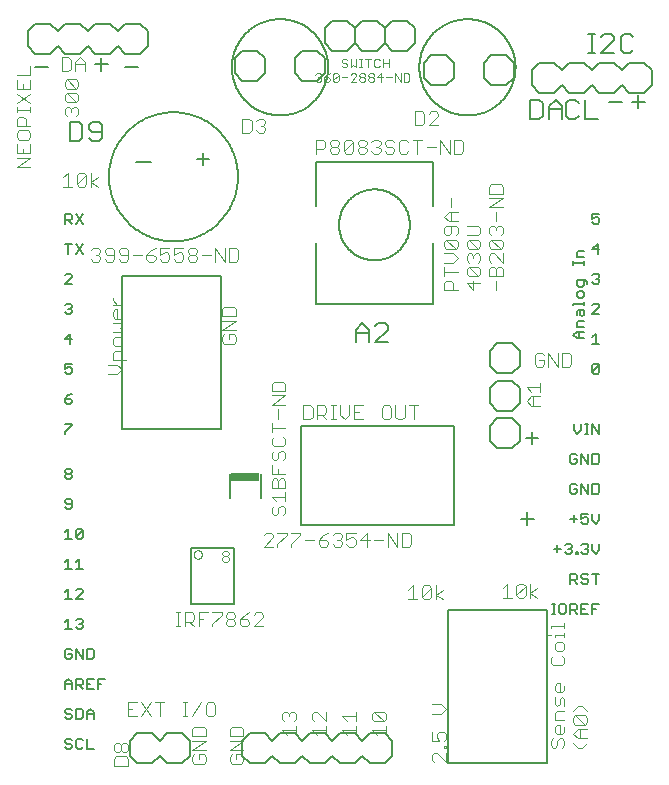
<source format=gto>
G75*
%MOIN*%
%OFA0B0*%
%FSLAX25Y25*%
%IPPOS*%
%LPD*%
%AMOC8*
5,1,8,0,0,1.08239X$1,22.5*
%
%ADD10C,0.00400*%
%ADD11C,0.00600*%
%ADD12C,0.00500*%
%ADD13C,0.00300*%
%ADD14C,0.00200*%
%ADD15C,0.00800*%
%ADD16R,0.09646X0.02657*%
D10*
X0063696Y0095224D02*
X0063696Y0097526D01*
X0064463Y0098293D01*
X0067533Y0098293D01*
X0068300Y0097526D01*
X0068300Y0095224D01*
X0063696Y0095224D01*
X0064463Y0099828D02*
X0063696Y0100595D01*
X0063696Y0102130D01*
X0064463Y0102897D01*
X0065231Y0102897D01*
X0065998Y0102130D01*
X0065998Y0100595D01*
X0065231Y0099828D01*
X0064463Y0099828D01*
X0065998Y0100595D02*
X0066765Y0099828D01*
X0067533Y0099828D01*
X0068300Y0100595D01*
X0068300Y0102130D01*
X0067533Y0102897D01*
X0066765Y0102897D01*
X0065998Y0102130D01*
X0068200Y0111724D02*
X0071269Y0111724D01*
X0072804Y0111724D02*
X0075873Y0116328D01*
X0077408Y0116328D02*
X0080477Y0116328D01*
X0078942Y0116328D02*
X0078942Y0111724D01*
X0075873Y0111724D02*
X0072804Y0116328D01*
X0071269Y0116328D02*
X0068200Y0116328D01*
X0068200Y0111724D01*
X0068200Y0114026D02*
X0069735Y0114026D01*
X0086616Y0116328D02*
X0088150Y0116328D01*
X0087383Y0116328D02*
X0087383Y0111724D01*
X0086616Y0111724D02*
X0088150Y0111724D01*
X0089685Y0111724D02*
X0092754Y0116328D01*
X0094289Y0115560D02*
X0094289Y0112491D01*
X0095056Y0111724D01*
X0096591Y0111724D01*
X0097358Y0112491D01*
X0097358Y0115560D01*
X0096591Y0116328D01*
X0095056Y0116328D01*
X0094289Y0115560D01*
X0093533Y0108189D02*
X0090463Y0108189D01*
X0089696Y0107422D01*
X0089696Y0105120D01*
X0094300Y0105120D01*
X0094300Y0107422D01*
X0093533Y0108189D01*
X0094300Y0103585D02*
X0089696Y0103585D01*
X0089696Y0100516D02*
X0094300Y0103585D01*
X0094300Y0100516D02*
X0089696Y0100516D01*
X0090463Y0098981D02*
X0089696Y0098214D01*
X0089696Y0096679D01*
X0090463Y0095912D01*
X0093533Y0095912D01*
X0094300Y0096679D01*
X0094300Y0098214D01*
X0093533Y0098981D01*
X0091998Y0098981D01*
X0091998Y0097446D01*
X0102196Y0096679D02*
X0102963Y0095912D01*
X0106033Y0095912D01*
X0106800Y0096679D01*
X0106800Y0098214D01*
X0106033Y0098981D01*
X0104498Y0098981D01*
X0104498Y0097446D01*
X0102963Y0098981D02*
X0102196Y0098214D01*
X0102196Y0096679D01*
X0102196Y0100516D02*
X0106800Y0103585D01*
X0102196Y0103585D01*
X0102196Y0105120D02*
X0102196Y0107422D01*
X0102963Y0108189D01*
X0106033Y0108189D01*
X0106800Y0107422D01*
X0106800Y0105120D01*
X0102196Y0105120D01*
X0102196Y0100516D02*
X0106800Y0100516D01*
X0119696Y0107050D02*
X0124300Y0107050D01*
X0124300Y0105516D02*
X0124300Y0108585D01*
X0123533Y0110120D02*
X0124300Y0110887D01*
X0124300Y0112422D01*
X0123533Y0113189D01*
X0122765Y0113189D01*
X0121998Y0112422D01*
X0121998Y0111654D01*
X0121998Y0112422D02*
X0121231Y0113189D01*
X0120463Y0113189D01*
X0119696Y0112422D01*
X0119696Y0110887D01*
X0120463Y0110120D01*
X0119696Y0107050D02*
X0121231Y0105516D01*
X0129696Y0107050D02*
X0134300Y0107050D01*
X0134300Y0105516D02*
X0134300Y0108585D01*
X0134300Y0110120D02*
X0131231Y0113189D01*
X0130463Y0113189D01*
X0129696Y0112422D01*
X0129696Y0110887D01*
X0130463Y0110120D01*
X0129696Y0107050D02*
X0131231Y0105516D01*
X0134300Y0110120D02*
X0134300Y0113189D01*
X0139696Y0111654D02*
X0144300Y0111654D01*
X0144300Y0110120D02*
X0144300Y0113189D01*
X0141231Y0110120D02*
X0139696Y0111654D01*
X0139696Y0107050D02*
X0144300Y0107050D01*
X0144300Y0105516D02*
X0144300Y0108585D01*
X0141231Y0105516D02*
X0139696Y0107050D01*
X0149696Y0107050D02*
X0154300Y0107050D01*
X0154300Y0105516D02*
X0154300Y0108585D01*
X0153533Y0110120D02*
X0150463Y0110120D01*
X0149696Y0110887D01*
X0149696Y0112422D01*
X0150463Y0113189D01*
X0153533Y0110120D01*
X0154300Y0110887D01*
X0154300Y0112422D01*
X0153533Y0113189D01*
X0150463Y0113189D01*
X0149696Y0107050D02*
X0151231Y0105516D01*
X0169696Y0106481D02*
X0169696Y0103412D01*
X0171998Y0103412D01*
X0171231Y0104946D01*
X0171231Y0105714D01*
X0171998Y0106481D01*
X0173533Y0106481D01*
X0174300Y0105714D01*
X0174300Y0104179D01*
X0173533Y0103412D01*
X0173533Y0101877D02*
X0174300Y0101877D01*
X0174300Y0101110D01*
X0173533Y0101110D01*
X0173533Y0101877D01*
X0174300Y0099575D02*
X0174300Y0096506D01*
X0171231Y0099575D01*
X0170463Y0099575D01*
X0169696Y0098808D01*
X0169696Y0097273D01*
X0170463Y0096506D01*
X0169696Y0112620D02*
X0172765Y0112620D01*
X0174300Y0114154D01*
X0172765Y0115689D01*
X0169696Y0115689D01*
X0168606Y0150724D02*
X0167071Y0150724D01*
X0166304Y0151491D01*
X0169373Y0154560D01*
X0169373Y0151491D01*
X0168606Y0150724D01*
X0170908Y0150724D02*
X0170908Y0155328D01*
X0169373Y0154560D02*
X0168606Y0155328D01*
X0167071Y0155328D01*
X0166304Y0154560D01*
X0166304Y0151491D01*
X0164769Y0150724D02*
X0161700Y0150724D01*
X0163235Y0150724D02*
X0163235Y0155328D01*
X0161700Y0153793D01*
X0170908Y0152258D02*
X0173210Y0153793D01*
X0170908Y0152258D02*
X0173210Y0150724D01*
X0161898Y0168224D02*
X0162665Y0168991D01*
X0162665Y0172060D01*
X0161898Y0172828D01*
X0159596Y0172828D01*
X0159596Y0168224D01*
X0161898Y0168224D01*
X0158061Y0168224D02*
X0158061Y0172828D01*
X0154992Y0172828D02*
X0154992Y0168224D01*
X0153457Y0170526D02*
X0150388Y0170526D01*
X0148853Y0170526D02*
X0145784Y0170526D01*
X0148086Y0172828D01*
X0148086Y0168224D01*
X0144250Y0168991D02*
X0143482Y0168224D01*
X0141948Y0168224D01*
X0141180Y0168991D01*
X0139646Y0168991D02*
X0139646Y0169758D01*
X0138878Y0170526D01*
X0138111Y0170526D01*
X0138878Y0170526D02*
X0139646Y0171293D01*
X0139646Y0172060D01*
X0138878Y0172828D01*
X0137344Y0172828D01*
X0136576Y0172060D01*
X0135042Y0172828D02*
X0133507Y0172060D01*
X0131972Y0170526D01*
X0134274Y0170526D01*
X0135042Y0169758D01*
X0135042Y0168991D01*
X0134274Y0168224D01*
X0132740Y0168224D01*
X0131972Y0168991D01*
X0131972Y0170526D01*
X0130438Y0170526D02*
X0127368Y0170526D01*
X0125834Y0172060D02*
X0122765Y0168991D01*
X0122765Y0168224D01*
X0121230Y0172060D02*
X0118161Y0168991D01*
X0118161Y0168224D01*
X0116626Y0168224D02*
X0113557Y0168224D01*
X0116626Y0171293D01*
X0116626Y0172060D01*
X0115859Y0172828D01*
X0114324Y0172828D01*
X0113557Y0172060D01*
X0118161Y0172828D02*
X0121230Y0172828D01*
X0121230Y0172060D01*
X0122765Y0172828D02*
X0125834Y0172828D01*
X0125834Y0172060D01*
X0120033Y0178724D02*
X0120800Y0179491D01*
X0120800Y0181026D01*
X0120033Y0181793D01*
X0119265Y0181793D01*
X0118498Y0181026D01*
X0118498Y0179491D01*
X0117731Y0178724D01*
X0116963Y0178724D01*
X0116196Y0179491D01*
X0116196Y0181026D01*
X0116963Y0181793D01*
X0117731Y0183328D02*
X0116196Y0184862D01*
X0120800Y0184862D01*
X0120800Y0183328D02*
X0120800Y0186397D01*
X0120800Y0187931D02*
X0120800Y0190233D01*
X0120033Y0191001D01*
X0119265Y0191001D01*
X0118498Y0190233D01*
X0118498Y0187931D01*
X0116196Y0187931D02*
X0116196Y0190233D01*
X0116963Y0191001D01*
X0117731Y0191001D01*
X0118498Y0190233D01*
X0118498Y0192535D02*
X0118498Y0194070D01*
X0116196Y0192535D02*
X0116196Y0195605D01*
X0116963Y0197139D02*
X0117731Y0197139D01*
X0118498Y0197907D01*
X0118498Y0199441D01*
X0119265Y0200209D01*
X0120033Y0200209D01*
X0120800Y0199441D01*
X0120800Y0197907D01*
X0120033Y0197139D01*
X0116963Y0197139D02*
X0116196Y0197907D01*
X0116196Y0199441D01*
X0116963Y0200209D01*
X0116963Y0201743D02*
X0120033Y0201743D01*
X0120800Y0202511D01*
X0120800Y0204045D01*
X0120033Y0204813D01*
X0116963Y0204813D02*
X0116196Y0204045D01*
X0116196Y0202511D01*
X0116963Y0201743D01*
X0116196Y0206347D02*
X0116196Y0209416D01*
X0116196Y0207882D02*
X0120800Y0207882D01*
X0118498Y0210951D02*
X0118498Y0214020D01*
X0116196Y0215555D02*
X0120800Y0218624D01*
X0116196Y0218624D01*
X0116196Y0220159D02*
X0116196Y0222461D01*
X0116963Y0223228D01*
X0120033Y0223228D01*
X0120800Y0222461D01*
X0120800Y0220159D01*
X0116196Y0220159D01*
X0116196Y0215555D02*
X0120800Y0215555D01*
X0126799Y0215328D02*
X0126799Y0210724D01*
X0129101Y0210724D01*
X0129869Y0211491D01*
X0129869Y0214560D01*
X0129101Y0215328D01*
X0126799Y0215328D01*
X0131403Y0215328D02*
X0131403Y0210724D01*
X0131403Y0212258D02*
X0133705Y0212258D01*
X0134472Y0213026D01*
X0134472Y0214560D01*
X0133705Y0215328D01*
X0131403Y0215328D01*
X0132938Y0212258D02*
X0134472Y0210724D01*
X0136007Y0210724D02*
X0137542Y0210724D01*
X0136774Y0210724D02*
X0136774Y0215328D01*
X0136007Y0215328D02*
X0137542Y0215328D01*
X0139076Y0215328D02*
X0139076Y0212258D01*
X0140611Y0210724D01*
X0142146Y0212258D01*
X0142146Y0215328D01*
X0143680Y0215328D02*
X0143680Y0210724D01*
X0146750Y0210724D01*
X0145215Y0213026D02*
X0143680Y0213026D01*
X0143680Y0215328D02*
X0146750Y0215328D01*
X0152888Y0214560D02*
X0152888Y0211491D01*
X0153655Y0210724D01*
X0155190Y0210724D01*
X0155957Y0211491D01*
X0155957Y0214560D01*
X0155190Y0215328D01*
X0153655Y0215328D01*
X0152888Y0214560D01*
X0157492Y0215328D02*
X0157492Y0211491D01*
X0158259Y0210724D01*
X0159794Y0210724D01*
X0160561Y0211491D01*
X0160561Y0215328D01*
X0162096Y0215328D02*
X0165165Y0215328D01*
X0163631Y0215328D02*
X0163631Y0210724D01*
X0154992Y0172828D02*
X0158061Y0168224D01*
X0144250Y0168991D02*
X0144250Y0170526D01*
X0143482Y0171293D01*
X0142715Y0171293D01*
X0141180Y0170526D01*
X0141180Y0172828D01*
X0144250Y0172828D01*
X0139646Y0168991D02*
X0138878Y0168224D01*
X0137344Y0168224D01*
X0136576Y0168991D01*
X0120800Y0187931D02*
X0116196Y0187931D01*
X0116196Y0192535D02*
X0120800Y0192535D01*
X0101502Y0166827D02*
X0102102Y0166226D01*
X0102102Y0165626D01*
X0101502Y0165025D01*
X0100301Y0165025D01*
X0099700Y0165626D01*
X0099700Y0166226D01*
X0100301Y0166827D01*
X0101502Y0166827D01*
X0101502Y0165025D02*
X0102102Y0164425D01*
X0102102Y0163824D01*
X0101502Y0163224D01*
X0100301Y0163224D01*
X0099700Y0163824D01*
X0099700Y0164425D01*
X0100301Y0165025D01*
X0099546Y0146328D02*
X0096477Y0146328D01*
X0094942Y0146328D02*
X0091873Y0146328D01*
X0091873Y0141724D01*
X0090339Y0141724D02*
X0088804Y0143258D01*
X0089571Y0143258D02*
X0087269Y0143258D01*
X0087269Y0141724D02*
X0087269Y0146328D01*
X0089571Y0146328D01*
X0090339Y0145560D01*
X0090339Y0144026D01*
X0089571Y0143258D01*
X0091873Y0144026D02*
X0093408Y0144026D01*
X0096477Y0142491D02*
X0096477Y0141724D01*
X0096477Y0142491D02*
X0099546Y0145560D01*
X0099546Y0146328D01*
X0101081Y0145560D02*
X0101081Y0144793D01*
X0101848Y0144026D01*
X0103383Y0144026D01*
X0104150Y0143258D01*
X0104150Y0142491D01*
X0103383Y0141724D01*
X0101848Y0141724D01*
X0101081Y0142491D01*
X0101081Y0143258D01*
X0101848Y0144026D01*
X0103383Y0144026D02*
X0104150Y0144793D01*
X0104150Y0145560D01*
X0103383Y0146328D01*
X0101848Y0146328D01*
X0101081Y0145560D01*
X0105685Y0144026D02*
X0107987Y0144026D01*
X0108754Y0143258D01*
X0108754Y0142491D01*
X0107987Y0141724D01*
X0106452Y0141724D01*
X0105685Y0142491D01*
X0105685Y0144026D01*
X0107220Y0145560D01*
X0108754Y0146328D01*
X0110289Y0145560D02*
X0111056Y0146328D01*
X0112591Y0146328D01*
X0113358Y0145560D01*
X0113358Y0144793D01*
X0110289Y0141724D01*
X0113358Y0141724D01*
X0085735Y0141724D02*
X0084200Y0141724D01*
X0084967Y0141724D02*
X0084967Y0146328D01*
X0084200Y0146328D02*
X0085735Y0146328D01*
X0064765Y0225867D02*
X0061696Y0225867D01*
X0064765Y0225867D02*
X0066300Y0227402D01*
X0064765Y0228937D01*
X0061696Y0228937D01*
X0063231Y0230471D02*
X0063231Y0232773D01*
X0063998Y0233541D01*
X0065533Y0233541D01*
X0066300Y0232773D01*
X0066300Y0230471D01*
X0067835Y0230471D02*
X0063231Y0230471D01*
X0063998Y0235075D02*
X0063231Y0235842D01*
X0063231Y0237377D01*
X0063998Y0238144D01*
X0065533Y0238144D01*
X0066300Y0237377D01*
X0066300Y0235842D01*
X0065533Y0235075D01*
X0063998Y0235075D01*
X0063231Y0239679D02*
X0065533Y0239679D01*
X0066300Y0240446D01*
X0065533Y0241214D01*
X0066300Y0241981D01*
X0065533Y0242748D01*
X0063231Y0242748D01*
X0063998Y0244283D02*
X0063231Y0245050D01*
X0063231Y0246585D01*
X0063998Y0247352D01*
X0064765Y0247352D01*
X0064765Y0244283D01*
X0063998Y0244283D02*
X0065533Y0244283D01*
X0066300Y0245050D01*
X0066300Y0246585D01*
X0066300Y0248887D02*
X0063231Y0248887D01*
X0064765Y0248887D02*
X0063231Y0250422D01*
X0063231Y0251189D01*
X0062963Y0263224D02*
X0061428Y0263224D01*
X0060661Y0263991D01*
X0059126Y0263991D02*
X0058359Y0263224D01*
X0056824Y0263224D01*
X0056057Y0263991D01*
X0057591Y0265526D02*
X0058359Y0265526D01*
X0059126Y0264758D01*
X0059126Y0263991D01*
X0058359Y0265526D02*
X0059126Y0266293D01*
X0059126Y0267060D01*
X0058359Y0267828D01*
X0056824Y0267828D01*
X0056057Y0267060D01*
X0060661Y0267060D02*
X0060661Y0266293D01*
X0061428Y0265526D01*
X0063730Y0265526D01*
X0063730Y0267060D02*
X0062963Y0267828D01*
X0061428Y0267828D01*
X0060661Y0267060D01*
X0063730Y0267060D02*
X0063730Y0263991D01*
X0062963Y0263224D01*
X0065265Y0263991D02*
X0066032Y0263224D01*
X0067567Y0263224D01*
X0068334Y0263991D01*
X0068334Y0267060D01*
X0067567Y0267828D01*
X0066032Y0267828D01*
X0065265Y0267060D01*
X0065265Y0266293D01*
X0066032Y0265526D01*
X0068334Y0265526D01*
X0069868Y0265526D02*
X0072938Y0265526D01*
X0074472Y0265526D02*
X0074472Y0263991D01*
X0075240Y0263224D01*
X0076774Y0263224D01*
X0077542Y0263991D01*
X0077542Y0264758D01*
X0076774Y0265526D01*
X0074472Y0265526D01*
X0076007Y0267060D01*
X0077542Y0267828D01*
X0079076Y0267828D02*
X0079076Y0265526D01*
X0080611Y0266293D01*
X0081378Y0266293D01*
X0082146Y0265526D01*
X0082146Y0263991D01*
X0081378Y0263224D01*
X0079844Y0263224D01*
X0079076Y0263991D01*
X0079076Y0267828D02*
X0082146Y0267828D01*
X0083680Y0267828D02*
X0083680Y0265526D01*
X0085215Y0266293D01*
X0085982Y0266293D01*
X0086750Y0265526D01*
X0086750Y0263991D01*
X0085982Y0263224D01*
X0084448Y0263224D01*
X0083680Y0263991D01*
X0083680Y0267828D02*
X0086750Y0267828D01*
X0088284Y0267060D02*
X0088284Y0266293D01*
X0089052Y0265526D01*
X0090586Y0265526D01*
X0091353Y0264758D01*
X0091353Y0263991D01*
X0090586Y0263224D01*
X0089052Y0263224D01*
X0088284Y0263991D01*
X0088284Y0264758D01*
X0089052Y0265526D01*
X0090586Y0265526D02*
X0091353Y0266293D01*
X0091353Y0267060D01*
X0090586Y0267828D01*
X0089052Y0267828D01*
X0088284Y0267060D01*
X0092888Y0265526D02*
X0095957Y0265526D01*
X0097492Y0267828D02*
X0100561Y0263224D01*
X0100561Y0267828D01*
X0102096Y0267828D02*
X0102096Y0263224D01*
X0104398Y0263224D01*
X0105165Y0263991D01*
X0105165Y0267060D01*
X0104398Y0267828D01*
X0102096Y0267828D01*
X0097492Y0267828D02*
X0097492Y0263224D01*
X0100463Y0248189D02*
X0099696Y0247422D01*
X0099696Y0245120D01*
X0104300Y0245120D01*
X0104300Y0247422D01*
X0103533Y0248189D01*
X0100463Y0248189D01*
X0099696Y0243585D02*
X0104300Y0243585D01*
X0099696Y0240516D01*
X0104300Y0240516D01*
X0103533Y0238981D02*
X0101998Y0238981D01*
X0101998Y0237446D01*
X0100463Y0235912D02*
X0103533Y0235912D01*
X0104300Y0236679D01*
X0104300Y0238214D01*
X0103533Y0238981D01*
X0100463Y0238981D02*
X0099696Y0238214D01*
X0099696Y0236679D01*
X0100463Y0235912D01*
X0058210Y0288224D02*
X0055908Y0289758D01*
X0058210Y0291293D01*
X0055908Y0292828D02*
X0055908Y0288224D01*
X0054373Y0288991D02*
X0053606Y0288224D01*
X0052071Y0288224D01*
X0051304Y0288991D01*
X0054373Y0292060D01*
X0054373Y0288991D01*
X0054373Y0292060D02*
X0053606Y0292828D01*
X0052071Y0292828D01*
X0051304Y0292060D01*
X0051304Y0288991D01*
X0049769Y0288224D02*
X0046700Y0288224D01*
X0048235Y0288224D02*
X0048235Y0292828D01*
X0046700Y0291293D01*
X0035800Y0294724D02*
X0031196Y0294724D01*
X0035800Y0297793D01*
X0031196Y0297793D01*
X0031196Y0299328D02*
X0035800Y0299328D01*
X0035800Y0302397D01*
X0035033Y0303931D02*
X0031963Y0303931D01*
X0031196Y0304699D01*
X0031196Y0306233D01*
X0031963Y0307001D01*
X0035033Y0307001D01*
X0035800Y0306233D01*
X0035800Y0304699D01*
X0035033Y0303931D01*
X0033498Y0300862D02*
X0033498Y0299328D01*
X0031196Y0299328D02*
X0031196Y0302397D01*
X0031196Y0308535D02*
X0031196Y0310837D01*
X0031963Y0311605D01*
X0033498Y0311605D01*
X0034265Y0310837D01*
X0034265Y0308535D01*
X0035800Y0308535D02*
X0031196Y0308535D01*
X0031196Y0313139D02*
X0031196Y0314674D01*
X0031196Y0313907D02*
X0035800Y0313907D01*
X0035800Y0314674D02*
X0035800Y0313139D01*
X0035800Y0316209D02*
X0031196Y0319278D01*
X0031196Y0320813D02*
X0035800Y0320813D01*
X0035800Y0323882D01*
X0035800Y0325416D02*
X0035800Y0328486D01*
X0035800Y0325416D02*
X0031196Y0325416D01*
X0031196Y0323882D02*
X0031196Y0320813D01*
X0033498Y0320813D02*
X0033498Y0322347D01*
X0035800Y0319278D02*
X0031196Y0316209D01*
X0046200Y0326724D02*
X0048502Y0326724D01*
X0049269Y0327491D01*
X0049269Y0330560D01*
X0048502Y0331328D01*
X0046200Y0331328D01*
X0046200Y0326724D01*
X0047963Y0324001D02*
X0051033Y0320931D01*
X0051800Y0321699D01*
X0051800Y0323233D01*
X0051033Y0324001D01*
X0047963Y0324001D01*
X0047196Y0323233D01*
X0047196Y0321699D01*
X0047963Y0320931D01*
X0051033Y0320931D01*
X0051033Y0319397D02*
X0051800Y0318630D01*
X0051800Y0317095D01*
X0051033Y0316328D01*
X0047963Y0319397D01*
X0051033Y0319397D01*
X0051033Y0316328D02*
X0047963Y0316328D01*
X0047196Y0317095D01*
X0047196Y0318630D01*
X0047963Y0319397D01*
X0047963Y0314793D02*
X0048731Y0314793D01*
X0049498Y0314026D01*
X0050265Y0314793D01*
X0051033Y0314793D01*
X0051800Y0314026D01*
X0051800Y0312491D01*
X0051033Y0311724D01*
X0049498Y0313258D02*
X0049498Y0314026D01*
X0047963Y0314793D02*
X0047196Y0314026D01*
X0047196Y0312491D01*
X0047963Y0311724D01*
X0050804Y0326724D02*
X0050804Y0329793D01*
X0052339Y0331328D01*
X0053873Y0329793D01*
X0053873Y0326724D01*
X0053873Y0329026D02*
X0050804Y0329026D01*
X0106492Y0310828D02*
X0106492Y0306224D01*
X0108794Y0306224D01*
X0109561Y0306991D01*
X0109561Y0310060D01*
X0108794Y0310828D01*
X0106492Y0310828D01*
X0111096Y0310060D02*
X0111863Y0310828D01*
X0113398Y0310828D01*
X0114165Y0310060D01*
X0114165Y0309293D01*
X0113398Y0308526D01*
X0114165Y0307758D01*
X0114165Y0306991D01*
X0113398Y0306224D01*
X0111863Y0306224D01*
X0111096Y0306991D01*
X0112631Y0308526D02*
X0113398Y0308526D01*
X0131057Y0303828D02*
X0131057Y0299224D01*
X0131057Y0300758D02*
X0133359Y0300758D01*
X0134126Y0301526D01*
X0134126Y0303060D01*
X0133359Y0303828D01*
X0131057Y0303828D01*
X0135661Y0303060D02*
X0135661Y0302293D01*
X0136428Y0301526D01*
X0137963Y0301526D01*
X0138730Y0300758D01*
X0138730Y0299991D01*
X0137963Y0299224D01*
X0136428Y0299224D01*
X0135661Y0299991D01*
X0135661Y0300758D01*
X0136428Y0301526D01*
X0137963Y0301526D02*
X0138730Y0302293D01*
X0138730Y0303060D01*
X0137963Y0303828D01*
X0136428Y0303828D01*
X0135661Y0303060D01*
X0140265Y0303060D02*
X0140265Y0299991D01*
X0143334Y0303060D01*
X0143334Y0299991D01*
X0142567Y0299224D01*
X0141032Y0299224D01*
X0140265Y0299991D01*
X0140265Y0303060D02*
X0141032Y0303828D01*
X0142567Y0303828D01*
X0143334Y0303060D01*
X0144868Y0303060D02*
X0144868Y0302293D01*
X0145636Y0301526D01*
X0147170Y0301526D01*
X0147938Y0300758D01*
X0147938Y0299991D01*
X0147170Y0299224D01*
X0145636Y0299224D01*
X0144868Y0299991D01*
X0144868Y0300758D01*
X0145636Y0301526D01*
X0147170Y0301526D02*
X0147938Y0302293D01*
X0147938Y0303060D01*
X0147170Y0303828D01*
X0145636Y0303828D01*
X0144868Y0303060D01*
X0149472Y0303060D02*
X0150240Y0303828D01*
X0151774Y0303828D01*
X0152542Y0303060D01*
X0152542Y0302293D01*
X0151774Y0301526D01*
X0152542Y0300758D01*
X0152542Y0299991D01*
X0151774Y0299224D01*
X0150240Y0299224D01*
X0149472Y0299991D01*
X0151007Y0301526D02*
X0151774Y0301526D01*
X0154076Y0302293D02*
X0154844Y0301526D01*
X0156378Y0301526D01*
X0157146Y0300758D01*
X0157146Y0299991D01*
X0156378Y0299224D01*
X0154844Y0299224D01*
X0154076Y0299991D01*
X0154076Y0302293D02*
X0154076Y0303060D01*
X0154844Y0303828D01*
X0156378Y0303828D01*
X0157146Y0303060D01*
X0158680Y0303060D02*
X0158680Y0299991D01*
X0159448Y0299224D01*
X0160982Y0299224D01*
X0161750Y0299991D01*
X0161750Y0303060D02*
X0160982Y0303828D01*
X0159448Y0303828D01*
X0158680Y0303060D01*
X0163284Y0303828D02*
X0166353Y0303828D01*
X0164819Y0303828D02*
X0164819Y0299224D01*
X0167888Y0301526D02*
X0170957Y0301526D01*
X0172492Y0299224D02*
X0172492Y0303828D01*
X0175561Y0299224D01*
X0175561Y0303828D01*
X0177096Y0303828D02*
X0177096Y0299224D01*
X0179398Y0299224D01*
X0180165Y0299991D01*
X0180165Y0303060D01*
X0179398Y0303828D01*
X0177096Y0303828D01*
X0171665Y0308724D02*
X0168596Y0308724D01*
X0171665Y0311793D01*
X0171665Y0312560D01*
X0170898Y0313328D01*
X0169363Y0313328D01*
X0168596Y0312560D01*
X0167061Y0312560D02*
X0167061Y0309491D01*
X0166294Y0308724D01*
X0163992Y0308724D01*
X0163992Y0313328D01*
X0166294Y0313328D01*
X0167061Y0312560D01*
X0175998Y0284416D02*
X0175998Y0281347D01*
X0175998Y0279813D02*
X0175998Y0276743D01*
X0175231Y0276743D02*
X0173696Y0278278D01*
X0175231Y0279813D01*
X0178300Y0279813D01*
X0178300Y0276743D02*
X0175231Y0276743D01*
X0175998Y0275209D02*
X0175998Y0272907D01*
X0175231Y0272139D01*
X0174463Y0272139D01*
X0173696Y0272907D01*
X0173696Y0274441D01*
X0174463Y0275209D01*
X0177533Y0275209D01*
X0178300Y0274441D01*
X0178300Y0272907D01*
X0177533Y0272139D01*
X0177533Y0270605D02*
X0178300Y0269837D01*
X0178300Y0268303D01*
X0177533Y0267535D01*
X0174463Y0270605D01*
X0177533Y0270605D01*
X0177533Y0267535D02*
X0174463Y0267535D01*
X0173696Y0268303D01*
X0173696Y0269837D01*
X0174463Y0270605D01*
X0173696Y0266001D02*
X0176765Y0266001D01*
X0178300Y0264466D01*
X0176765Y0262931D01*
X0173696Y0262931D01*
X0173696Y0261397D02*
X0173696Y0258328D01*
X0173696Y0259862D02*
X0178300Y0259862D01*
X0181196Y0259095D02*
X0181196Y0260630D01*
X0181963Y0261397D01*
X0185033Y0258328D01*
X0185800Y0259095D01*
X0185800Y0260630D01*
X0185033Y0261397D01*
X0181963Y0261397D01*
X0181963Y0262931D02*
X0181196Y0263699D01*
X0181196Y0265233D01*
X0181963Y0266001D01*
X0182731Y0266001D01*
X0183498Y0265233D01*
X0184265Y0266001D01*
X0185033Y0266001D01*
X0185800Y0265233D01*
X0185800Y0263699D01*
X0185033Y0262931D01*
X0183498Y0264466D02*
X0183498Y0265233D01*
X0181963Y0267535D02*
X0181196Y0268303D01*
X0181196Y0269837D01*
X0181963Y0270605D01*
X0185033Y0267535D01*
X0185800Y0268303D01*
X0185800Y0269837D01*
X0185033Y0270605D01*
X0181963Y0270605D01*
X0181196Y0272139D02*
X0185033Y0272139D01*
X0185800Y0272907D01*
X0185800Y0274441D01*
X0185033Y0275209D01*
X0181196Y0275209D01*
X0181963Y0267535D02*
X0185033Y0267535D01*
X0188696Y0268303D02*
X0188696Y0269837D01*
X0189463Y0270605D01*
X0192533Y0267535D01*
X0193300Y0268303D01*
X0193300Y0269837D01*
X0192533Y0270605D01*
X0189463Y0270605D01*
X0189463Y0272139D02*
X0188696Y0272907D01*
X0188696Y0274441D01*
X0189463Y0275209D01*
X0190231Y0275209D01*
X0190998Y0274441D01*
X0191765Y0275209D01*
X0192533Y0275209D01*
X0193300Y0274441D01*
X0193300Y0272907D01*
X0192533Y0272139D01*
X0190998Y0273674D02*
X0190998Y0274441D01*
X0190998Y0276743D02*
X0190998Y0279813D01*
X0188696Y0281347D02*
X0193300Y0284416D01*
X0188696Y0284416D01*
X0188696Y0285951D02*
X0188696Y0288253D01*
X0189463Y0289020D01*
X0192533Y0289020D01*
X0193300Y0288253D01*
X0193300Y0285951D01*
X0188696Y0285951D01*
X0188696Y0281347D02*
X0193300Y0281347D01*
X0192533Y0267535D02*
X0189463Y0267535D01*
X0188696Y0268303D01*
X0189463Y0266001D02*
X0188696Y0265233D01*
X0188696Y0263699D01*
X0189463Y0262931D01*
X0189463Y0261397D02*
X0188696Y0260630D01*
X0188696Y0258328D01*
X0193300Y0258328D01*
X0193300Y0260630D01*
X0192533Y0261397D01*
X0191765Y0261397D01*
X0190998Y0260630D01*
X0190998Y0258328D01*
X0190998Y0256793D02*
X0190998Y0253724D01*
X0185800Y0256026D02*
X0181196Y0256026D01*
X0183498Y0253724D01*
X0183498Y0256793D01*
X0181963Y0258328D02*
X0181196Y0259095D01*
X0181963Y0258328D02*
X0185033Y0258328D01*
X0189463Y0261397D02*
X0190231Y0261397D01*
X0190998Y0260630D01*
X0193300Y0262931D02*
X0190231Y0266001D01*
X0189463Y0266001D01*
X0193300Y0266001D02*
X0193300Y0262931D01*
X0178300Y0253724D02*
X0173696Y0253724D01*
X0173696Y0256026D01*
X0174463Y0256793D01*
X0175998Y0256793D01*
X0176765Y0256026D01*
X0176765Y0253724D01*
X0201196Y0221362D02*
X0205800Y0221362D01*
X0205800Y0219828D02*
X0205800Y0222897D01*
X0202731Y0219828D02*
X0201196Y0221362D01*
X0202731Y0218293D02*
X0201196Y0216758D01*
X0202731Y0215224D01*
X0205800Y0215224D01*
X0203498Y0215224D02*
X0203498Y0218293D01*
X0202731Y0218293D02*
X0205800Y0218293D01*
X0206190Y0228224D02*
X0206957Y0228991D01*
X0206957Y0230526D01*
X0205423Y0230526D01*
X0206957Y0232060D02*
X0206190Y0232828D01*
X0204656Y0232828D01*
X0203888Y0232060D01*
X0203888Y0228991D01*
X0204656Y0228224D01*
X0206190Y0228224D01*
X0208492Y0228224D02*
X0208492Y0232828D01*
X0211561Y0228224D01*
X0211561Y0232828D01*
X0213096Y0232828D02*
X0215398Y0232828D01*
X0216165Y0232060D01*
X0216165Y0228991D01*
X0215398Y0228224D01*
X0213096Y0228224D01*
X0213096Y0232828D01*
X0202408Y0155828D02*
X0202408Y0151224D01*
X0202408Y0152758D02*
X0204710Y0154293D01*
X0202408Y0152758D02*
X0204710Y0151224D01*
X0200873Y0151991D02*
X0200106Y0151224D01*
X0198571Y0151224D01*
X0197804Y0151991D01*
X0200873Y0155060D01*
X0200873Y0151991D01*
X0197804Y0151991D02*
X0197804Y0155060D01*
X0198571Y0155828D01*
X0200106Y0155828D01*
X0200873Y0155060D01*
X0196269Y0151224D02*
X0193200Y0151224D01*
X0194735Y0151224D02*
X0194735Y0155828D01*
X0193200Y0154293D01*
X0208429Y0138822D02*
X0209196Y0138822D01*
X0210731Y0138822D02*
X0213800Y0138822D01*
X0213800Y0138055D02*
X0213800Y0139590D01*
X0213800Y0141124D02*
X0213800Y0142659D01*
X0213800Y0141892D02*
X0209196Y0141892D01*
X0209196Y0141124D01*
X0210731Y0138822D02*
X0210731Y0138055D01*
X0211498Y0136520D02*
X0210731Y0135753D01*
X0210731Y0134218D01*
X0211498Y0133451D01*
X0213033Y0133451D01*
X0213800Y0134218D01*
X0213800Y0135753D01*
X0213033Y0136520D01*
X0211498Y0136520D01*
X0209963Y0131916D02*
X0209196Y0131149D01*
X0209196Y0129614D01*
X0209963Y0128847D01*
X0213033Y0128847D01*
X0213800Y0129614D01*
X0213800Y0131149D01*
X0213033Y0131916D01*
X0212265Y0122709D02*
X0212265Y0119639D01*
X0211498Y0119639D02*
X0210731Y0120407D01*
X0210731Y0121941D01*
X0211498Y0122709D01*
X0212265Y0122709D01*
X0213800Y0121941D02*
X0213800Y0120407D01*
X0213033Y0119639D01*
X0211498Y0119639D01*
X0210731Y0118105D02*
X0210731Y0115803D01*
X0211498Y0115035D01*
X0212265Y0115803D01*
X0212265Y0117337D01*
X0213033Y0118105D01*
X0213800Y0117337D01*
X0213800Y0115035D01*
X0213800Y0113501D02*
X0211498Y0113501D01*
X0210731Y0112733D01*
X0210731Y0110431D01*
X0213800Y0110431D01*
X0212265Y0108897D02*
X0212265Y0105828D01*
X0211498Y0105828D02*
X0210731Y0106595D01*
X0210731Y0108130D01*
X0211498Y0108897D01*
X0212265Y0108897D01*
X0213800Y0108130D02*
X0213800Y0106595D01*
X0213033Y0105828D01*
X0211498Y0105828D01*
X0212265Y0104293D02*
X0213033Y0104293D01*
X0213800Y0103526D01*
X0213800Y0101991D01*
X0213033Y0101224D01*
X0211498Y0101991D02*
X0211498Y0103526D01*
X0212265Y0104293D01*
X0209963Y0104293D02*
X0209196Y0103526D01*
X0209196Y0101991D01*
X0209963Y0101224D01*
X0210731Y0101224D01*
X0211498Y0101991D01*
X0216696Y0102758D02*
X0218231Y0101224D01*
X0219765Y0101224D01*
X0221300Y0102758D01*
X0221300Y0104293D02*
X0218231Y0104293D01*
X0216696Y0105828D01*
X0218231Y0107362D01*
X0221300Y0107362D01*
X0220533Y0108897D02*
X0221300Y0109664D01*
X0221300Y0111199D01*
X0220533Y0111966D01*
X0217463Y0111966D01*
X0220533Y0108897D01*
X0217463Y0108897D01*
X0216696Y0109664D01*
X0216696Y0111199D01*
X0217463Y0111966D01*
X0216696Y0113501D02*
X0218231Y0115035D01*
X0219765Y0115035D01*
X0221300Y0113501D01*
X0218998Y0107362D02*
X0218998Y0104293D01*
D11*
X0219484Y0145824D02*
X0221752Y0145824D01*
X0223167Y0145824D02*
X0223167Y0149227D01*
X0225435Y0149227D01*
X0224301Y0147525D02*
X0223167Y0147525D01*
X0221752Y0149227D02*
X0219484Y0149227D01*
X0219484Y0145824D01*
X0218069Y0145824D02*
X0216935Y0146958D01*
X0217502Y0146958D02*
X0215801Y0146958D01*
X0215801Y0145824D02*
X0215801Y0149227D01*
X0217502Y0149227D01*
X0218069Y0148659D01*
X0218069Y0147525D01*
X0217502Y0146958D01*
X0219484Y0147525D02*
X0220618Y0147525D01*
X0214386Y0146391D02*
X0214386Y0148659D01*
X0213819Y0149227D01*
X0212685Y0149227D01*
X0212117Y0148659D01*
X0212117Y0146391D01*
X0212685Y0145824D01*
X0213819Y0145824D01*
X0214386Y0146391D01*
X0210796Y0145824D02*
X0209662Y0145824D01*
X0210229Y0145824D02*
X0210229Y0149227D01*
X0209662Y0149227D02*
X0210796Y0149227D01*
X0215801Y0155824D02*
X0215801Y0159227D01*
X0217502Y0159227D01*
X0218069Y0158659D01*
X0218069Y0157525D01*
X0217502Y0156958D01*
X0215801Y0156958D01*
X0216935Y0156958D02*
X0218069Y0155824D01*
X0219484Y0156391D02*
X0220051Y0155824D01*
X0221185Y0155824D01*
X0221752Y0156391D01*
X0221752Y0156958D01*
X0221185Y0157525D01*
X0220051Y0157525D01*
X0219484Y0158092D01*
X0219484Y0158659D01*
X0220051Y0159227D01*
X0221185Y0159227D01*
X0221752Y0158659D01*
X0223167Y0159227D02*
X0225435Y0159227D01*
X0224301Y0159227D02*
X0224301Y0155824D01*
X0224301Y0165824D02*
X0225435Y0166958D01*
X0225435Y0169227D01*
X0223167Y0169227D02*
X0223167Y0166958D01*
X0224301Y0165824D01*
X0221752Y0166391D02*
X0221185Y0165824D01*
X0220051Y0165824D01*
X0219484Y0166391D01*
X0218209Y0166391D02*
X0218209Y0165824D01*
X0217642Y0165824D01*
X0217642Y0166391D01*
X0218209Y0166391D01*
X0216228Y0166391D02*
X0215660Y0165824D01*
X0214526Y0165824D01*
X0213959Y0166391D01*
X0215093Y0167525D02*
X0215660Y0167525D01*
X0216228Y0166958D01*
X0216228Y0166391D01*
X0215660Y0167525D02*
X0216228Y0168092D01*
X0216228Y0168659D01*
X0215660Y0169227D01*
X0214526Y0169227D01*
X0213959Y0168659D01*
X0212544Y0167525D02*
X0210276Y0167525D01*
X0211410Y0168659D02*
X0211410Y0166391D01*
X0216935Y0176391D02*
X0216935Y0178659D01*
X0215801Y0177525D02*
X0218069Y0177525D01*
X0219484Y0177525D02*
X0220618Y0178092D01*
X0221185Y0178092D01*
X0221752Y0177525D01*
X0221752Y0176391D01*
X0221185Y0175824D01*
X0220051Y0175824D01*
X0219484Y0176391D01*
X0219484Y0177525D02*
X0219484Y0179227D01*
X0221752Y0179227D01*
X0223167Y0179227D02*
X0223167Y0176958D01*
X0224301Y0175824D01*
X0225435Y0176958D01*
X0225435Y0179227D01*
X0224868Y0185824D02*
X0223167Y0185824D01*
X0223167Y0189227D01*
X0224868Y0189227D01*
X0225435Y0188659D01*
X0225435Y0186391D01*
X0224868Y0185824D01*
X0221752Y0185824D02*
X0221752Y0189227D01*
X0219484Y0189227D02*
X0219484Y0185824D01*
X0218069Y0186391D02*
X0218069Y0187525D01*
X0216935Y0187525D01*
X0218069Y0186391D02*
X0217502Y0185824D01*
X0216368Y0185824D01*
X0215801Y0186391D01*
X0215801Y0188659D01*
X0216368Y0189227D01*
X0217502Y0189227D01*
X0218069Y0188659D01*
X0219484Y0189227D02*
X0221752Y0185824D01*
X0221752Y0195824D02*
X0221752Y0199227D01*
X0223167Y0199227D02*
X0224868Y0199227D01*
X0225435Y0198659D01*
X0225435Y0196391D01*
X0224868Y0195824D01*
X0223167Y0195824D01*
X0223167Y0199227D01*
X0219484Y0199227D02*
X0219484Y0195824D01*
X0218069Y0196391D02*
X0218069Y0197525D01*
X0216935Y0197525D01*
X0218069Y0196391D02*
X0217502Y0195824D01*
X0216368Y0195824D01*
X0215801Y0196391D01*
X0215801Y0198659D01*
X0216368Y0199227D01*
X0217502Y0199227D01*
X0218069Y0198659D01*
X0219484Y0199227D02*
X0221752Y0195824D01*
X0221846Y0205824D02*
X0220711Y0205824D01*
X0221279Y0205824D02*
X0221279Y0209227D01*
X0221846Y0209227D02*
X0220711Y0209227D01*
X0219297Y0209227D02*
X0219297Y0206958D01*
X0218163Y0205824D01*
X0217028Y0206958D01*
X0217028Y0209227D01*
X0223167Y0209227D02*
X0223167Y0205824D01*
X0225435Y0205824D02*
X0223167Y0209227D01*
X0225435Y0209227D02*
X0225435Y0205824D01*
X0224868Y0225824D02*
X0223734Y0225824D01*
X0223167Y0226391D01*
X0225435Y0228659D01*
X0225435Y0226391D01*
X0224868Y0225824D01*
X0223167Y0226391D02*
X0223167Y0228659D01*
X0223734Y0229227D01*
X0224868Y0229227D01*
X0225435Y0228659D01*
X0225435Y0235824D02*
X0223167Y0235824D01*
X0224301Y0235824D02*
X0224301Y0239227D01*
X0223167Y0238092D01*
X0220250Y0237631D02*
X0217981Y0237631D01*
X0216847Y0238765D01*
X0217981Y0239899D01*
X0220250Y0239899D01*
X0220250Y0241314D02*
X0217981Y0241314D01*
X0217981Y0243015D01*
X0218549Y0243582D01*
X0220250Y0243582D01*
X0219683Y0244997D02*
X0219116Y0245564D01*
X0219116Y0247266D01*
X0218549Y0247266D02*
X0220250Y0247266D01*
X0220250Y0245564D01*
X0219683Y0244997D01*
X0217981Y0245564D02*
X0217981Y0246698D01*
X0218549Y0247266D01*
X0220250Y0248680D02*
X0220250Y0249814D01*
X0220250Y0249247D02*
X0216847Y0249247D01*
X0216847Y0248680D01*
X0218549Y0251136D02*
X0219683Y0251136D01*
X0220250Y0251703D01*
X0220250Y0252837D01*
X0219683Y0253404D01*
X0218549Y0253404D01*
X0217981Y0252837D01*
X0217981Y0251703D01*
X0218549Y0251136D01*
X0218549Y0254819D02*
X0219683Y0254819D01*
X0220250Y0255386D01*
X0220250Y0257087D01*
X0220817Y0257087D02*
X0217981Y0257087D01*
X0217981Y0255386D01*
X0218549Y0254819D01*
X0220817Y0257087D02*
X0221384Y0256520D01*
X0221384Y0255953D01*
X0223167Y0256391D02*
X0223734Y0255824D01*
X0224868Y0255824D01*
X0225435Y0256391D01*
X0225435Y0256958D01*
X0224868Y0257525D01*
X0224301Y0257525D01*
X0224868Y0257525D02*
X0225435Y0258092D01*
X0225435Y0258659D01*
X0224868Y0259227D01*
X0223734Y0259227D01*
X0223167Y0258659D01*
X0220250Y0262185D02*
X0220250Y0263319D01*
X0220250Y0262752D02*
X0216847Y0262752D01*
X0216847Y0262185D02*
X0216847Y0263319D01*
X0217981Y0264640D02*
X0217981Y0266342D01*
X0218549Y0266909D01*
X0220250Y0266909D01*
X0220250Y0264640D02*
X0217981Y0264640D01*
X0223167Y0267525D02*
X0225435Y0267525D01*
X0224868Y0265824D02*
X0224868Y0269227D01*
X0223167Y0267525D01*
X0223734Y0275824D02*
X0223167Y0276391D01*
X0223734Y0275824D02*
X0224868Y0275824D01*
X0225435Y0276391D01*
X0225435Y0277525D01*
X0224868Y0278092D01*
X0224301Y0278092D01*
X0223167Y0277525D01*
X0223167Y0279227D01*
X0225435Y0279227D01*
X0225016Y0310824D02*
X0220745Y0310824D01*
X0220745Y0317229D01*
X0218570Y0316162D02*
X0217503Y0317229D01*
X0215368Y0317229D01*
X0214300Y0316162D01*
X0214300Y0311891D01*
X0215368Y0310824D01*
X0217503Y0310824D01*
X0218570Y0311891D01*
X0213016Y0310824D02*
X0213016Y0315094D01*
X0210881Y0317229D01*
X0208745Y0315094D01*
X0208745Y0310824D01*
X0206570Y0311891D02*
X0206570Y0316162D01*
X0205503Y0317229D01*
X0202300Y0317229D01*
X0202300Y0310824D01*
X0205503Y0310824D01*
X0206570Y0311891D01*
X0208745Y0314026D02*
X0213016Y0314026D01*
X0221800Y0332824D02*
X0223935Y0332824D01*
X0222868Y0332824D02*
X0222868Y0339229D01*
X0223935Y0339229D02*
X0221800Y0339229D01*
X0226097Y0338162D02*
X0227165Y0339229D01*
X0229300Y0339229D01*
X0230367Y0338162D01*
X0230367Y0337094D01*
X0226097Y0332824D01*
X0230367Y0332824D01*
X0232542Y0333891D02*
X0232542Y0338162D01*
X0233610Y0339229D01*
X0235745Y0339229D01*
X0236813Y0338162D01*
X0236813Y0333891D02*
X0235745Y0332824D01*
X0233610Y0332824D01*
X0232542Y0333891D01*
X0238435Y0318662D02*
X0238435Y0314391D01*
X0236300Y0316526D02*
X0240570Y0316526D01*
X0233070Y0316526D02*
X0228800Y0316526D01*
X0224868Y0249227D02*
X0223734Y0249227D01*
X0223167Y0248659D01*
X0224868Y0249227D02*
X0225435Y0248659D01*
X0225435Y0248092D01*
X0223167Y0245824D01*
X0225435Y0245824D01*
X0218549Y0239899D02*
X0218549Y0237631D01*
X0202997Y0206594D02*
X0202997Y0202324D01*
X0200862Y0204459D02*
X0205132Y0204459D01*
X0201490Y0179662D02*
X0201490Y0175391D01*
X0199355Y0177526D02*
X0203625Y0177526D01*
X0219484Y0168659D02*
X0220051Y0169227D01*
X0221185Y0169227D01*
X0221752Y0168659D01*
X0221752Y0168092D01*
X0221185Y0167525D01*
X0221752Y0166958D01*
X0221752Y0166391D01*
X0221185Y0167525D02*
X0220618Y0167525D01*
X0155016Y0236324D02*
X0150745Y0236324D01*
X0155016Y0240594D01*
X0155016Y0241662D01*
X0153948Y0242729D01*
X0151813Y0242729D01*
X0150745Y0241662D01*
X0148570Y0240594D02*
X0148570Y0236324D01*
X0148570Y0239526D02*
X0144300Y0239526D01*
X0144300Y0240594D02*
X0144300Y0236324D01*
X0144300Y0240594D02*
X0146435Y0242729D01*
X0148570Y0240594D01*
X0071570Y0328026D02*
X0067300Y0328026D01*
X0061570Y0329026D02*
X0057300Y0329026D01*
X0059435Y0326891D02*
X0059435Y0331162D01*
X0058557Y0309729D02*
X0056422Y0309729D01*
X0055354Y0308662D01*
X0055354Y0307594D01*
X0056422Y0306526D01*
X0059625Y0306526D01*
X0059625Y0304391D02*
X0059625Y0308662D01*
X0058557Y0309729D01*
X0059625Y0304391D02*
X0058557Y0303324D01*
X0056422Y0303324D01*
X0055354Y0304391D01*
X0053179Y0304391D02*
X0052112Y0303324D01*
X0048909Y0303324D01*
X0048909Y0309729D01*
X0052112Y0309729D01*
X0053179Y0308662D01*
X0053179Y0304391D01*
X0041570Y0328026D02*
X0037300Y0328026D01*
X0047300Y0279227D02*
X0049001Y0279227D01*
X0049569Y0278659D01*
X0049569Y0277525D01*
X0049001Y0276958D01*
X0047300Y0276958D01*
X0048434Y0276958D02*
X0049569Y0275824D01*
X0050983Y0275824D02*
X0053252Y0279227D01*
X0050983Y0279227D02*
X0053252Y0275824D01*
X0047300Y0275824D02*
X0047300Y0279227D01*
X0047300Y0269227D02*
X0049569Y0269227D01*
X0048434Y0269227D02*
X0048434Y0265824D01*
X0050983Y0265824D02*
X0053252Y0269227D01*
X0050983Y0269227D02*
X0053252Y0265824D01*
X0049001Y0259227D02*
X0047867Y0259227D01*
X0047300Y0258659D01*
X0049001Y0259227D02*
X0049569Y0258659D01*
X0049569Y0258092D01*
X0047300Y0255824D01*
X0049569Y0255824D01*
X0049001Y0249227D02*
X0049569Y0248659D01*
X0049569Y0248092D01*
X0049001Y0247525D01*
X0049569Y0246958D01*
X0049569Y0246391D01*
X0049001Y0245824D01*
X0047867Y0245824D01*
X0047300Y0246391D01*
X0048434Y0247525D02*
X0049001Y0247525D01*
X0049001Y0249227D02*
X0047867Y0249227D01*
X0047300Y0248659D01*
X0049001Y0239227D02*
X0047300Y0237525D01*
X0049569Y0237525D01*
X0049001Y0235824D02*
X0049001Y0239227D01*
X0049569Y0229227D02*
X0047300Y0229227D01*
X0047300Y0227525D01*
X0048434Y0228092D01*
X0049001Y0228092D01*
X0049569Y0227525D01*
X0049569Y0226391D01*
X0049001Y0225824D01*
X0047867Y0225824D01*
X0047300Y0226391D01*
X0049569Y0219227D02*
X0048434Y0218659D01*
X0047300Y0217525D01*
X0049001Y0217525D01*
X0049569Y0216958D01*
X0049569Y0216391D01*
X0049001Y0215824D01*
X0047867Y0215824D01*
X0047300Y0216391D01*
X0047300Y0217525D01*
X0047300Y0209227D02*
X0049569Y0209227D01*
X0049569Y0208659D01*
X0047300Y0206391D01*
X0047300Y0205824D01*
X0047867Y0194227D02*
X0049001Y0194227D01*
X0049569Y0193659D01*
X0049569Y0193092D01*
X0049001Y0192525D01*
X0047867Y0192525D01*
X0047300Y0193092D01*
X0047300Y0193659D01*
X0047867Y0194227D01*
X0047867Y0192525D02*
X0047300Y0191958D01*
X0047300Y0191391D01*
X0047867Y0190824D01*
X0049001Y0190824D01*
X0049569Y0191391D01*
X0049569Y0191958D01*
X0049001Y0192525D01*
X0049001Y0184227D02*
X0047867Y0184227D01*
X0047300Y0183659D01*
X0047300Y0183092D01*
X0047867Y0182525D01*
X0049569Y0182525D01*
X0049569Y0181391D02*
X0049569Y0183659D01*
X0049001Y0184227D01*
X0049569Y0181391D02*
X0049001Y0180824D01*
X0047867Y0180824D01*
X0047300Y0181391D01*
X0048434Y0174227D02*
X0048434Y0170824D01*
X0047300Y0170824D02*
X0049569Y0170824D01*
X0050983Y0171391D02*
X0053252Y0173659D01*
X0053252Y0171391D01*
X0052685Y0170824D01*
X0051550Y0170824D01*
X0050983Y0171391D01*
X0050983Y0173659D01*
X0051550Y0174227D01*
X0052685Y0174227D01*
X0053252Y0173659D01*
X0048434Y0174227D02*
X0047300Y0173092D01*
X0048434Y0164227D02*
X0048434Y0160824D01*
X0047300Y0160824D02*
X0049569Y0160824D01*
X0050983Y0160824D02*
X0053252Y0160824D01*
X0052117Y0160824D02*
X0052117Y0164227D01*
X0050983Y0163092D01*
X0048434Y0164227D02*
X0047300Y0163092D01*
X0048434Y0154227D02*
X0048434Y0150824D01*
X0047300Y0150824D02*
X0049569Y0150824D01*
X0050983Y0150824D02*
X0053252Y0153092D01*
X0053252Y0153659D01*
X0052685Y0154227D01*
X0051550Y0154227D01*
X0050983Y0153659D01*
X0048434Y0154227D02*
X0047300Y0153092D01*
X0050983Y0150824D02*
X0053252Y0150824D01*
X0052685Y0144227D02*
X0051550Y0144227D01*
X0050983Y0143659D01*
X0052117Y0142525D02*
X0052685Y0142525D01*
X0053252Y0141958D01*
X0053252Y0141391D01*
X0052685Y0140824D01*
X0051550Y0140824D01*
X0050983Y0141391D01*
X0049569Y0140824D02*
X0047300Y0140824D01*
X0048434Y0140824D02*
X0048434Y0144227D01*
X0047300Y0143092D01*
X0052685Y0142525D02*
X0053252Y0143092D01*
X0053252Y0143659D01*
X0052685Y0144227D01*
X0053252Y0134227D02*
X0053252Y0130824D01*
X0050983Y0134227D01*
X0050983Y0130824D01*
X0049569Y0131391D02*
X0049569Y0132525D01*
X0048434Y0132525D01*
X0047300Y0131391D02*
X0047867Y0130824D01*
X0049001Y0130824D01*
X0049569Y0131391D01*
X0049569Y0133659D02*
X0049001Y0134227D01*
X0047867Y0134227D01*
X0047300Y0133659D01*
X0047300Y0131391D01*
X0048434Y0124227D02*
X0049569Y0123092D01*
X0049569Y0120824D01*
X0050983Y0120824D02*
X0050983Y0124227D01*
X0052685Y0124227D01*
X0053252Y0123659D01*
X0053252Y0122525D01*
X0052685Y0121958D01*
X0050983Y0121958D01*
X0052117Y0121958D02*
X0053252Y0120824D01*
X0054666Y0120824D02*
X0054666Y0124227D01*
X0056935Y0124227D01*
X0058349Y0124227D02*
X0060618Y0124227D01*
X0059484Y0122525D02*
X0058349Y0122525D01*
X0058349Y0120824D02*
X0058349Y0124227D01*
X0055801Y0122525D02*
X0054666Y0122525D01*
X0054666Y0120824D02*
X0056935Y0120824D01*
X0055801Y0114227D02*
X0056935Y0113092D01*
X0056935Y0110824D01*
X0056935Y0112525D02*
X0054666Y0112525D01*
X0054666Y0113092D02*
X0054666Y0110824D01*
X0053252Y0111391D02*
X0053252Y0113659D01*
X0052685Y0114227D01*
X0050983Y0114227D01*
X0050983Y0110824D01*
X0052685Y0110824D01*
X0053252Y0111391D01*
X0054666Y0113092D02*
X0055801Y0114227D01*
X0049569Y0113659D02*
X0049001Y0114227D01*
X0047867Y0114227D01*
X0047300Y0113659D01*
X0047300Y0113092D01*
X0047867Y0112525D01*
X0049001Y0112525D01*
X0049569Y0111958D01*
X0049569Y0111391D01*
X0049001Y0110824D01*
X0047867Y0110824D01*
X0047300Y0111391D01*
X0047867Y0104227D02*
X0047300Y0103659D01*
X0047300Y0103092D01*
X0047867Y0102525D01*
X0049001Y0102525D01*
X0049569Y0101958D01*
X0049569Y0101391D01*
X0049001Y0100824D01*
X0047867Y0100824D01*
X0047300Y0101391D01*
X0047867Y0104227D02*
X0049001Y0104227D01*
X0049569Y0103659D01*
X0050983Y0103659D02*
X0050983Y0101391D01*
X0051550Y0100824D01*
X0052685Y0100824D01*
X0053252Y0101391D01*
X0054666Y0100824D02*
X0054666Y0104227D01*
X0053252Y0103659D02*
X0052685Y0104227D01*
X0051550Y0104227D01*
X0050983Y0103659D01*
X0054666Y0100824D02*
X0056935Y0100824D01*
X0047300Y0120824D02*
X0047300Y0123092D01*
X0048434Y0124227D01*
X0047300Y0122525D02*
X0049569Y0122525D01*
X0054666Y0130824D02*
X0056368Y0130824D01*
X0056935Y0131391D01*
X0056935Y0133659D01*
X0056368Y0134227D01*
X0054666Y0134227D01*
X0054666Y0130824D01*
D12*
X0089400Y0149224D02*
X0103600Y0149224D01*
X0103600Y0167824D01*
X0089400Y0167824D01*
X0089400Y0149224D01*
X0126000Y0175524D02*
X0126000Y0208524D01*
X0177000Y0208524D01*
X0177000Y0175524D01*
X0126000Y0175524D01*
X0099500Y0207524D02*
X0066500Y0207524D01*
X0066500Y0258524D01*
X0099500Y0258524D01*
X0099500Y0207524D01*
X0138689Y0275524D02*
X0138693Y0275814D01*
X0138703Y0276104D01*
X0138721Y0276393D01*
X0138746Y0276682D01*
X0138778Y0276970D01*
X0138817Y0277257D01*
X0138863Y0277543D01*
X0138916Y0277828D01*
X0138976Y0278112D01*
X0139043Y0278394D01*
X0139117Y0278674D01*
X0139198Y0278953D01*
X0139285Y0279229D01*
X0139379Y0279503D01*
X0139480Y0279775D01*
X0139588Y0280044D01*
X0139702Y0280310D01*
X0139823Y0280574D01*
X0139950Y0280834D01*
X0140084Y0281092D01*
X0140223Y0281346D01*
X0140369Y0281596D01*
X0140521Y0281843D01*
X0140680Y0282086D01*
X0140844Y0282325D01*
X0141013Y0282560D01*
X0141189Y0282791D01*
X0141370Y0283017D01*
X0141557Y0283239D01*
X0141749Y0283456D01*
X0141946Y0283668D01*
X0142148Y0283876D01*
X0142356Y0284078D01*
X0142568Y0284275D01*
X0142785Y0284467D01*
X0143007Y0284654D01*
X0143233Y0284835D01*
X0143464Y0285011D01*
X0143699Y0285180D01*
X0143938Y0285344D01*
X0144181Y0285503D01*
X0144428Y0285655D01*
X0144678Y0285801D01*
X0144932Y0285940D01*
X0145190Y0286074D01*
X0145450Y0286201D01*
X0145714Y0286322D01*
X0145980Y0286436D01*
X0146249Y0286544D01*
X0146521Y0286645D01*
X0146795Y0286739D01*
X0147071Y0286826D01*
X0147350Y0286907D01*
X0147630Y0286981D01*
X0147912Y0287048D01*
X0148196Y0287108D01*
X0148481Y0287161D01*
X0148767Y0287207D01*
X0149054Y0287246D01*
X0149342Y0287278D01*
X0149631Y0287303D01*
X0149920Y0287321D01*
X0150210Y0287331D01*
X0150500Y0287335D01*
X0150790Y0287331D01*
X0151080Y0287321D01*
X0151369Y0287303D01*
X0151658Y0287278D01*
X0151946Y0287246D01*
X0152233Y0287207D01*
X0152519Y0287161D01*
X0152804Y0287108D01*
X0153088Y0287048D01*
X0153370Y0286981D01*
X0153650Y0286907D01*
X0153929Y0286826D01*
X0154205Y0286739D01*
X0154479Y0286645D01*
X0154751Y0286544D01*
X0155020Y0286436D01*
X0155286Y0286322D01*
X0155550Y0286201D01*
X0155810Y0286074D01*
X0156068Y0285940D01*
X0156322Y0285801D01*
X0156572Y0285655D01*
X0156819Y0285503D01*
X0157062Y0285344D01*
X0157301Y0285180D01*
X0157536Y0285011D01*
X0157767Y0284835D01*
X0157993Y0284654D01*
X0158215Y0284467D01*
X0158432Y0284275D01*
X0158644Y0284078D01*
X0158852Y0283876D01*
X0159054Y0283668D01*
X0159251Y0283456D01*
X0159443Y0283239D01*
X0159630Y0283017D01*
X0159811Y0282791D01*
X0159987Y0282560D01*
X0160156Y0282325D01*
X0160320Y0282086D01*
X0160479Y0281843D01*
X0160631Y0281596D01*
X0160777Y0281346D01*
X0160916Y0281092D01*
X0161050Y0280834D01*
X0161177Y0280574D01*
X0161298Y0280310D01*
X0161412Y0280044D01*
X0161520Y0279775D01*
X0161621Y0279503D01*
X0161715Y0279229D01*
X0161802Y0278953D01*
X0161883Y0278674D01*
X0161957Y0278394D01*
X0162024Y0278112D01*
X0162084Y0277828D01*
X0162137Y0277543D01*
X0162183Y0277257D01*
X0162222Y0276970D01*
X0162254Y0276682D01*
X0162279Y0276393D01*
X0162297Y0276104D01*
X0162307Y0275814D01*
X0162311Y0275524D01*
X0162307Y0275234D01*
X0162297Y0274944D01*
X0162279Y0274655D01*
X0162254Y0274366D01*
X0162222Y0274078D01*
X0162183Y0273791D01*
X0162137Y0273505D01*
X0162084Y0273220D01*
X0162024Y0272936D01*
X0161957Y0272654D01*
X0161883Y0272374D01*
X0161802Y0272095D01*
X0161715Y0271819D01*
X0161621Y0271545D01*
X0161520Y0271273D01*
X0161412Y0271004D01*
X0161298Y0270738D01*
X0161177Y0270474D01*
X0161050Y0270214D01*
X0160916Y0269956D01*
X0160777Y0269702D01*
X0160631Y0269452D01*
X0160479Y0269205D01*
X0160320Y0268962D01*
X0160156Y0268723D01*
X0159987Y0268488D01*
X0159811Y0268257D01*
X0159630Y0268031D01*
X0159443Y0267809D01*
X0159251Y0267592D01*
X0159054Y0267380D01*
X0158852Y0267172D01*
X0158644Y0266970D01*
X0158432Y0266773D01*
X0158215Y0266581D01*
X0157993Y0266394D01*
X0157767Y0266213D01*
X0157536Y0266037D01*
X0157301Y0265868D01*
X0157062Y0265704D01*
X0156819Y0265545D01*
X0156572Y0265393D01*
X0156322Y0265247D01*
X0156068Y0265108D01*
X0155810Y0264974D01*
X0155550Y0264847D01*
X0155286Y0264726D01*
X0155020Y0264612D01*
X0154751Y0264504D01*
X0154479Y0264403D01*
X0154205Y0264309D01*
X0153929Y0264222D01*
X0153650Y0264141D01*
X0153370Y0264067D01*
X0153088Y0264000D01*
X0152804Y0263940D01*
X0152519Y0263887D01*
X0152233Y0263841D01*
X0151946Y0263802D01*
X0151658Y0263770D01*
X0151369Y0263745D01*
X0151080Y0263727D01*
X0150790Y0263717D01*
X0150500Y0263713D01*
X0150210Y0263717D01*
X0149920Y0263727D01*
X0149631Y0263745D01*
X0149342Y0263770D01*
X0149054Y0263802D01*
X0148767Y0263841D01*
X0148481Y0263887D01*
X0148196Y0263940D01*
X0147912Y0264000D01*
X0147630Y0264067D01*
X0147350Y0264141D01*
X0147071Y0264222D01*
X0146795Y0264309D01*
X0146521Y0264403D01*
X0146249Y0264504D01*
X0145980Y0264612D01*
X0145714Y0264726D01*
X0145450Y0264847D01*
X0145190Y0264974D01*
X0144932Y0265108D01*
X0144678Y0265247D01*
X0144428Y0265393D01*
X0144181Y0265545D01*
X0143938Y0265704D01*
X0143699Y0265868D01*
X0143464Y0266037D01*
X0143233Y0266213D01*
X0143007Y0266394D01*
X0142785Y0266581D01*
X0142568Y0266773D01*
X0142356Y0266970D01*
X0142148Y0267172D01*
X0141946Y0267380D01*
X0141749Y0267592D01*
X0141557Y0267809D01*
X0141370Y0268031D01*
X0141189Y0268257D01*
X0141013Y0268488D01*
X0140844Y0268723D01*
X0140680Y0268962D01*
X0140521Y0269205D01*
X0140369Y0269452D01*
X0140223Y0269702D01*
X0140084Y0269956D01*
X0139950Y0270214D01*
X0139823Y0270474D01*
X0139702Y0270738D01*
X0139588Y0271004D01*
X0139480Y0271273D01*
X0139379Y0271545D01*
X0139285Y0271819D01*
X0139198Y0272095D01*
X0139117Y0272374D01*
X0139043Y0272654D01*
X0138976Y0272936D01*
X0138916Y0273220D01*
X0138863Y0273505D01*
X0138817Y0273791D01*
X0138778Y0274078D01*
X0138746Y0274366D01*
X0138721Y0274655D01*
X0138703Y0274944D01*
X0138693Y0275234D01*
X0138689Y0275524D01*
X0102969Y0328024D02*
X0102974Y0328417D01*
X0102988Y0328811D01*
X0103012Y0329203D01*
X0103046Y0329595D01*
X0103090Y0329986D01*
X0103143Y0330376D01*
X0103205Y0330765D01*
X0103277Y0331151D01*
X0103359Y0331536D01*
X0103449Y0331919D01*
X0103550Y0332300D01*
X0103659Y0332678D01*
X0103778Y0333053D01*
X0103906Y0333425D01*
X0104043Y0333793D01*
X0104189Y0334159D01*
X0104344Y0334520D01*
X0104508Y0334878D01*
X0104681Y0335232D01*
X0104862Y0335581D01*
X0105052Y0335926D01*
X0105250Y0336266D01*
X0105456Y0336601D01*
X0105671Y0336930D01*
X0105893Y0337255D01*
X0106124Y0337574D01*
X0106362Y0337887D01*
X0106608Y0338194D01*
X0106861Y0338495D01*
X0107122Y0338790D01*
X0107390Y0339078D01*
X0107664Y0339360D01*
X0107946Y0339634D01*
X0108234Y0339902D01*
X0108529Y0340163D01*
X0108830Y0340416D01*
X0109137Y0340662D01*
X0109450Y0340900D01*
X0109769Y0341131D01*
X0110094Y0341353D01*
X0110423Y0341568D01*
X0110758Y0341774D01*
X0111098Y0341972D01*
X0111443Y0342162D01*
X0111792Y0342343D01*
X0112146Y0342516D01*
X0112504Y0342680D01*
X0112865Y0342835D01*
X0113231Y0342981D01*
X0113599Y0343118D01*
X0113971Y0343246D01*
X0114346Y0343365D01*
X0114724Y0343474D01*
X0115105Y0343575D01*
X0115488Y0343665D01*
X0115873Y0343747D01*
X0116259Y0343819D01*
X0116648Y0343881D01*
X0117038Y0343934D01*
X0117429Y0343978D01*
X0117821Y0344012D01*
X0118213Y0344036D01*
X0118607Y0344050D01*
X0119000Y0344055D01*
X0119393Y0344050D01*
X0119787Y0344036D01*
X0120179Y0344012D01*
X0120571Y0343978D01*
X0120962Y0343934D01*
X0121352Y0343881D01*
X0121741Y0343819D01*
X0122127Y0343747D01*
X0122512Y0343665D01*
X0122895Y0343575D01*
X0123276Y0343474D01*
X0123654Y0343365D01*
X0124029Y0343246D01*
X0124401Y0343118D01*
X0124769Y0342981D01*
X0125135Y0342835D01*
X0125496Y0342680D01*
X0125854Y0342516D01*
X0126208Y0342343D01*
X0126557Y0342162D01*
X0126902Y0341972D01*
X0127242Y0341774D01*
X0127577Y0341568D01*
X0127906Y0341353D01*
X0128231Y0341131D01*
X0128550Y0340900D01*
X0128863Y0340662D01*
X0129170Y0340416D01*
X0129471Y0340163D01*
X0129766Y0339902D01*
X0130054Y0339634D01*
X0130336Y0339360D01*
X0130610Y0339078D01*
X0130878Y0338790D01*
X0131139Y0338495D01*
X0131392Y0338194D01*
X0131638Y0337887D01*
X0131876Y0337574D01*
X0132107Y0337255D01*
X0132329Y0336930D01*
X0132544Y0336601D01*
X0132750Y0336266D01*
X0132948Y0335926D01*
X0133138Y0335581D01*
X0133319Y0335232D01*
X0133492Y0334878D01*
X0133656Y0334520D01*
X0133811Y0334159D01*
X0133957Y0333793D01*
X0134094Y0333425D01*
X0134222Y0333053D01*
X0134341Y0332678D01*
X0134450Y0332300D01*
X0134551Y0331919D01*
X0134641Y0331536D01*
X0134723Y0331151D01*
X0134795Y0330765D01*
X0134857Y0330376D01*
X0134910Y0329986D01*
X0134954Y0329595D01*
X0134988Y0329203D01*
X0135012Y0328811D01*
X0135026Y0328417D01*
X0135031Y0328024D01*
X0135026Y0327631D01*
X0135012Y0327237D01*
X0134988Y0326845D01*
X0134954Y0326453D01*
X0134910Y0326062D01*
X0134857Y0325672D01*
X0134795Y0325283D01*
X0134723Y0324897D01*
X0134641Y0324512D01*
X0134551Y0324129D01*
X0134450Y0323748D01*
X0134341Y0323370D01*
X0134222Y0322995D01*
X0134094Y0322623D01*
X0133957Y0322255D01*
X0133811Y0321889D01*
X0133656Y0321528D01*
X0133492Y0321170D01*
X0133319Y0320816D01*
X0133138Y0320467D01*
X0132948Y0320122D01*
X0132750Y0319782D01*
X0132544Y0319447D01*
X0132329Y0319118D01*
X0132107Y0318793D01*
X0131876Y0318474D01*
X0131638Y0318161D01*
X0131392Y0317854D01*
X0131139Y0317553D01*
X0130878Y0317258D01*
X0130610Y0316970D01*
X0130336Y0316688D01*
X0130054Y0316414D01*
X0129766Y0316146D01*
X0129471Y0315885D01*
X0129170Y0315632D01*
X0128863Y0315386D01*
X0128550Y0315148D01*
X0128231Y0314917D01*
X0127906Y0314695D01*
X0127577Y0314480D01*
X0127242Y0314274D01*
X0126902Y0314076D01*
X0126557Y0313886D01*
X0126208Y0313705D01*
X0125854Y0313532D01*
X0125496Y0313368D01*
X0125135Y0313213D01*
X0124769Y0313067D01*
X0124401Y0312930D01*
X0124029Y0312802D01*
X0123654Y0312683D01*
X0123276Y0312574D01*
X0122895Y0312473D01*
X0122512Y0312383D01*
X0122127Y0312301D01*
X0121741Y0312229D01*
X0121352Y0312167D01*
X0120962Y0312114D01*
X0120571Y0312070D01*
X0120179Y0312036D01*
X0119787Y0312012D01*
X0119393Y0311998D01*
X0119000Y0311993D01*
X0118607Y0311998D01*
X0118213Y0312012D01*
X0117821Y0312036D01*
X0117429Y0312070D01*
X0117038Y0312114D01*
X0116648Y0312167D01*
X0116259Y0312229D01*
X0115873Y0312301D01*
X0115488Y0312383D01*
X0115105Y0312473D01*
X0114724Y0312574D01*
X0114346Y0312683D01*
X0113971Y0312802D01*
X0113599Y0312930D01*
X0113231Y0313067D01*
X0112865Y0313213D01*
X0112504Y0313368D01*
X0112146Y0313532D01*
X0111792Y0313705D01*
X0111443Y0313886D01*
X0111098Y0314076D01*
X0110758Y0314274D01*
X0110423Y0314480D01*
X0110094Y0314695D01*
X0109769Y0314917D01*
X0109450Y0315148D01*
X0109137Y0315386D01*
X0108830Y0315632D01*
X0108529Y0315885D01*
X0108234Y0316146D01*
X0107946Y0316414D01*
X0107664Y0316688D01*
X0107390Y0316970D01*
X0107122Y0317258D01*
X0106861Y0317553D01*
X0106608Y0317854D01*
X0106362Y0318161D01*
X0106124Y0318474D01*
X0105893Y0318793D01*
X0105671Y0319118D01*
X0105456Y0319447D01*
X0105250Y0319782D01*
X0105052Y0320122D01*
X0104862Y0320467D01*
X0104681Y0320816D01*
X0104508Y0321170D01*
X0104344Y0321528D01*
X0104189Y0321889D01*
X0104043Y0322255D01*
X0103906Y0322623D01*
X0103778Y0322995D01*
X0103659Y0323370D01*
X0103550Y0323748D01*
X0103449Y0324129D01*
X0103359Y0324512D01*
X0103277Y0324897D01*
X0103205Y0325283D01*
X0103143Y0325672D01*
X0103090Y0326062D01*
X0103046Y0326453D01*
X0103012Y0326845D01*
X0102988Y0327237D01*
X0102974Y0327631D01*
X0102969Y0328024D01*
X0165469Y0328024D02*
X0165474Y0328417D01*
X0165488Y0328811D01*
X0165512Y0329203D01*
X0165546Y0329595D01*
X0165590Y0329986D01*
X0165643Y0330376D01*
X0165705Y0330765D01*
X0165777Y0331151D01*
X0165859Y0331536D01*
X0165949Y0331919D01*
X0166050Y0332300D01*
X0166159Y0332678D01*
X0166278Y0333053D01*
X0166406Y0333425D01*
X0166543Y0333793D01*
X0166689Y0334159D01*
X0166844Y0334520D01*
X0167008Y0334878D01*
X0167181Y0335232D01*
X0167362Y0335581D01*
X0167552Y0335926D01*
X0167750Y0336266D01*
X0167956Y0336601D01*
X0168171Y0336930D01*
X0168393Y0337255D01*
X0168624Y0337574D01*
X0168862Y0337887D01*
X0169108Y0338194D01*
X0169361Y0338495D01*
X0169622Y0338790D01*
X0169890Y0339078D01*
X0170164Y0339360D01*
X0170446Y0339634D01*
X0170734Y0339902D01*
X0171029Y0340163D01*
X0171330Y0340416D01*
X0171637Y0340662D01*
X0171950Y0340900D01*
X0172269Y0341131D01*
X0172594Y0341353D01*
X0172923Y0341568D01*
X0173258Y0341774D01*
X0173598Y0341972D01*
X0173943Y0342162D01*
X0174292Y0342343D01*
X0174646Y0342516D01*
X0175004Y0342680D01*
X0175365Y0342835D01*
X0175731Y0342981D01*
X0176099Y0343118D01*
X0176471Y0343246D01*
X0176846Y0343365D01*
X0177224Y0343474D01*
X0177605Y0343575D01*
X0177988Y0343665D01*
X0178373Y0343747D01*
X0178759Y0343819D01*
X0179148Y0343881D01*
X0179538Y0343934D01*
X0179929Y0343978D01*
X0180321Y0344012D01*
X0180713Y0344036D01*
X0181107Y0344050D01*
X0181500Y0344055D01*
X0181893Y0344050D01*
X0182287Y0344036D01*
X0182679Y0344012D01*
X0183071Y0343978D01*
X0183462Y0343934D01*
X0183852Y0343881D01*
X0184241Y0343819D01*
X0184627Y0343747D01*
X0185012Y0343665D01*
X0185395Y0343575D01*
X0185776Y0343474D01*
X0186154Y0343365D01*
X0186529Y0343246D01*
X0186901Y0343118D01*
X0187269Y0342981D01*
X0187635Y0342835D01*
X0187996Y0342680D01*
X0188354Y0342516D01*
X0188708Y0342343D01*
X0189057Y0342162D01*
X0189402Y0341972D01*
X0189742Y0341774D01*
X0190077Y0341568D01*
X0190406Y0341353D01*
X0190731Y0341131D01*
X0191050Y0340900D01*
X0191363Y0340662D01*
X0191670Y0340416D01*
X0191971Y0340163D01*
X0192266Y0339902D01*
X0192554Y0339634D01*
X0192836Y0339360D01*
X0193110Y0339078D01*
X0193378Y0338790D01*
X0193639Y0338495D01*
X0193892Y0338194D01*
X0194138Y0337887D01*
X0194376Y0337574D01*
X0194607Y0337255D01*
X0194829Y0336930D01*
X0195044Y0336601D01*
X0195250Y0336266D01*
X0195448Y0335926D01*
X0195638Y0335581D01*
X0195819Y0335232D01*
X0195992Y0334878D01*
X0196156Y0334520D01*
X0196311Y0334159D01*
X0196457Y0333793D01*
X0196594Y0333425D01*
X0196722Y0333053D01*
X0196841Y0332678D01*
X0196950Y0332300D01*
X0197051Y0331919D01*
X0197141Y0331536D01*
X0197223Y0331151D01*
X0197295Y0330765D01*
X0197357Y0330376D01*
X0197410Y0329986D01*
X0197454Y0329595D01*
X0197488Y0329203D01*
X0197512Y0328811D01*
X0197526Y0328417D01*
X0197531Y0328024D01*
X0197526Y0327631D01*
X0197512Y0327237D01*
X0197488Y0326845D01*
X0197454Y0326453D01*
X0197410Y0326062D01*
X0197357Y0325672D01*
X0197295Y0325283D01*
X0197223Y0324897D01*
X0197141Y0324512D01*
X0197051Y0324129D01*
X0196950Y0323748D01*
X0196841Y0323370D01*
X0196722Y0322995D01*
X0196594Y0322623D01*
X0196457Y0322255D01*
X0196311Y0321889D01*
X0196156Y0321528D01*
X0195992Y0321170D01*
X0195819Y0320816D01*
X0195638Y0320467D01*
X0195448Y0320122D01*
X0195250Y0319782D01*
X0195044Y0319447D01*
X0194829Y0319118D01*
X0194607Y0318793D01*
X0194376Y0318474D01*
X0194138Y0318161D01*
X0193892Y0317854D01*
X0193639Y0317553D01*
X0193378Y0317258D01*
X0193110Y0316970D01*
X0192836Y0316688D01*
X0192554Y0316414D01*
X0192266Y0316146D01*
X0191971Y0315885D01*
X0191670Y0315632D01*
X0191363Y0315386D01*
X0191050Y0315148D01*
X0190731Y0314917D01*
X0190406Y0314695D01*
X0190077Y0314480D01*
X0189742Y0314274D01*
X0189402Y0314076D01*
X0189057Y0313886D01*
X0188708Y0313705D01*
X0188354Y0313532D01*
X0187996Y0313368D01*
X0187635Y0313213D01*
X0187269Y0313067D01*
X0186901Y0312930D01*
X0186529Y0312802D01*
X0186154Y0312683D01*
X0185776Y0312574D01*
X0185395Y0312473D01*
X0185012Y0312383D01*
X0184627Y0312301D01*
X0184241Y0312229D01*
X0183852Y0312167D01*
X0183462Y0312114D01*
X0183071Y0312070D01*
X0182679Y0312036D01*
X0182287Y0312012D01*
X0181893Y0311998D01*
X0181500Y0311993D01*
X0181107Y0311998D01*
X0180713Y0312012D01*
X0180321Y0312036D01*
X0179929Y0312070D01*
X0179538Y0312114D01*
X0179148Y0312167D01*
X0178759Y0312229D01*
X0178373Y0312301D01*
X0177988Y0312383D01*
X0177605Y0312473D01*
X0177224Y0312574D01*
X0176846Y0312683D01*
X0176471Y0312802D01*
X0176099Y0312930D01*
X0175731Y0313067D01*
X0175365Y0313213D01*
X0175004Y0313368D01*
X0174646Y0313532D01*
X0174292Y0313705D01*
X0173943Y0313886D01*
X0173598Y0314076D01*
X0173258Y0314274D01*
X0172923Y0314480D01*
X0172594Y0314695D01*
X0172269Y0314917D01*
X0171950Y0315148D01*
X0171637Y0315386D01*
X0171330Y0315632D01*
X0171029Y0315885D01*
X0170734Y0316146D01*
X0170446Y0316414D01*
X0170164Y0316688D01*
X0169890Y0316970D01*
X0169622Y0317258D01*
X0169361Y0317553D01*
X0169108Y0317854D01*
X0168862Y0318161D01*
X0168624Y0318474D01*
X0168393Y0318793D01*
X0168171Y0319118D01*
X0167956Y0319447D01*
X0167750Y0319782D01*
X0167552Y0320122D01*
X0167362Y0320467D01*
X0167181Y0320816D01*
X0167008Y0321170D01*
X0166844Y0321528D01*
X0166689Y0321889D01*
X0166543Y0322255D01*
X0166406Y0322623D01*
X0166278Y0322995D01*
X0166159Y0323370D01*
X0166050Y0323748D01*
X0165949Y0324129D01*
X0165859Y0324512D01*
X0165777Y0324897D01*
X0165705Y0325283D01*
X0165643Y0325672D01*
X0165590Y0326062D01*
X0165546Y0326453D01*
X0165512Y0326845D01*
X0165488Y0327237D01*
X0165474Y0327631D01*
X0165469Y0328024D01*
X0175000Y0147024D02*
X0208000Y0147024D01*
X0208000Y0096024D01*
X0175000Y0096024D01*
X0175000Y0147024D01*
D13*
X0161655Y0323174D02*
X0162138Y0323657D01*
X0162138Y0325592D01*
X0161655Y0326076D01*
X0160203Y0326076D01*
X0160203Y0323174D01*
X0161655Y0323174D01*
X0159192Y0323174D02*
X0159192Y0326076D01*
X0157257Y0326076D02*
X0157257Y0323174D01*
X0156245Y0324625D02*
X0154310Y0324625D01*
X0153299Y0324625D02*
X0151364Y0324625D01*
X0152815Y0326076D01*
X0152815Y0323174D01*
X0150352Y0323657D02*
X0149869Y0323174D01*
X0148901Y0323174D01*
X0148417Y0323657D01*
X0148417Y0324141D01*
X0148901Y0324625D01*
X0149869Y0324625D01*
X0150352Y0324141D01*
X0150352Y0323657D01*
X0149869Y0324625D02*
X0150352Y0325109D01*
X0150352Y0325592D01*
X0149869Y0326076D01*
X0148901Y0326076D01*
X0148417Y0325592D01*
X0148417Y0325109D01*
X0148901Y0324625D01*
X0147406Y0325109D02*
X0147406Y0325592D01*
X0146922Y0326076D01*
X0145955Y0326076D01*
X0145471Y0325592D01*
X0145471Y0325109D01*
X0145955Y0324625D01*
X0146922Y0324625D01*
X0147406Y0324141D01*
X0147406Y0323657D01*
X0146922Y0323174D01*
X0145955Y0323174D01*
X0145471Y0323657D01*
X0145471Y0324141D01*
X0145955Y0324625D01*
X0146922Y0324625D02*
X0147406Y0325109D01*
X0144459Y0325109D02*
X0144459Y0325592D01*
X0143976Y0326076D01*
X0143008Y0326076D01*
X0142524Y0325592D01*
X0141513Y0324625D02*
X0139578Y0324625D01*
X0138566Y0325592D02*
X0138566Y0323657D01*
X0138083Y0323174D01*
X0137115Y0323174D01*
X0136631Y0323657D01*
X0138566Y0325592D01*
X0138083Y0326076D01*
X0137115Y0326076D01*
X0136631Y0325592D01*
X0136631Y0323657D01*
X0135620Y0323657D02*
X0135620Y0324141D01*
X0135136Y0324625D01*
X0133685Y0324625D01*
X0133685Y0323657D01*
X0134169Y0323174D01*
X0135136Y0323174D01*
X0135620Y0323657D01*
X0134652Y0325592D02*
X0133685Y0324625D01*
X0132673Y0325109D02*
X0132673Y0325592D01*
X0132190Y0326076D01*
X0131222Y0326076D01*
X0130738Y0325592D01*
X0131706Y0324625D02*
X0132190Y0324625D01*
X0132673Y0324141D01*
X0132673Y0323657D01*
X0132190Y0323174D01*
X0131222Y0323174D01*
X0130738Y0323657D01*
X0132190Y0324625D02*
X0132673Y0325109D01*
X0134652Y0325592D02*
X0135620Y0326076D01*
X0139578Y0328457D02*
X0140062Y0327974D01*
X0141029Y0327974D01*
X0141513Y0328457D01*
X0141513Y0328941D01*
X0141029Y0329425D01*
X0140062Y0329425D01*
X0139578Y0329909D01*
X0139578Y0330392D01*
X0140062Y0330876D01*
X0141029Y0330876D01*
X0141513Y0330392D01*
X0142524Y0330876D02*
X0142524Y0327974D01*
X0143492Y0328941D01*
X0144459Y0327974D01*
X0144459Y0330876D01*
X0145471Y0330876D02*
X0146438Y0330876D01*
X0145955Y0330876D02*
X0145955Y0327974D01*
X0146438Y0327974D02*
X0145471Y0327974D01*
X0148403Y0327974D02*
X0148403Y0330876D01*
X0149370Y0330876D02*
X0147435Y0330876D01*
X0150382Y0330392D02*
X0150382Y0328457D01*
X0150865Y0327974D01*
X0151833Y0327974D01*
X0152317Y0328457D01*
X0153328Y0327974D02*
X0153328Y0330876D01*
X0152317Y0330392D02*
X0151833Y0330876D01*
X0150865Y0330876D01*
X0150382Y0330392D01*
X0153328Y0329425D02*
X0155263Y0329425D01*
X0155263Y0330876D02*
X0155263Y0327974D01*
X0157257Y0326076D02*
X0159192Y0323174D01*
X0144459Y0323174D02*
X0142524Y0323174D01*
X0144459Y0325109D01*
D14*
X0090200Y0165624D02*
X0090202Y0165699D01*
X0090208Y0165773D01*
X0090218Y0165847D01*
X0090232Y0165920D01*
X0090249Y0165992D01*
X0090271Y0166064D01*
X0090296Y0166134D01*
X0090325Y0166202D01*
X0090358Y0166270D01*
X0090394Y0166335D01*
X0090433Y0166398D01*
X0090476Y0166459D01*
X0090522Y0166518D01*
X0090571Y0166574D01*
X0090623Y0166627D01*
X0090678Y0166678D01*
X0090735Y0166725D01*
X0090795Y0166770D01*
X0090857Y0166811D01*
X0090922Y0166849D01*
X0090988Y0166883D01*
X0091056Y0166914D01*
X0091125Y0166941D01*
X0091196Y0166964D01*
X0091268Y0166984D01*
X0091341Y0167000D01*
X0091414Y0167012D01*
X0091488Y0167020D01*
X0091563Y0167024D01*
X0091637Y0167024D01*
X0091712Y0167020D01*
X0091786Y0167012D01*
X0091859Y0167000D01*
X0091932Y0166984D01*
X0092004Y0166964D01*
X0092075Y0166941D01*
X0092144Y0166914D01*
X0092212Y0166883D01*
X0092278Y0166849D01*
X0092343Y0166811D01*
X0092405Y0166770D01*
X0092465Y0166725D01*
X0092522Y0166678D01*
X0092577Y0166627D01*
X0092629Y0166574D01*
X0092678Y0166518D01*
X0092724Y0166459D01*
X0092767Y0166398D01*
X0092806Y0166335D01*
X0092842Y0166270D01*
X0092875Y0166202D01*
X0092904Y0166134D01*
X0092929Y0166064D01*
X0092951Y0165992D01*
X0092968Y0165920D01*
X0092982Y0165847D01*
X0092992Y0165773D01*
X0092998Y0165699D01*
X0093000Y0165624D01*
X0092998Y0165549D01*
X0092992Y0165475D01*
X0092982Y0165401D01*
X0092968Y0165328D01*
X0092951Y0165256D01*
X0092929Y0165184D01*
X0092904Y0165114D01*
X0092875Y0165046D01*
X0092842Y0164978D01*
X0092806Y0164913D01*
X0092767Y0164850D01*
X0092724Y0164789D01*
X0092678Y0164730D01*
X0092629Y0164674D01*
X0092577Y0164621D01*
X0092522Y0164570D01*
X0092465Y0164523D01*
X0092405Y0164478D01*
X0092343Y0164437D01*
X0092278Y0164399D01*
X0092212Y0164365D01*
X0092144Y0164334D01*
X0092075Y0164307D01*
X0092004Y0164284D01*
X0091932Y0164264D01*
X0091859Y0164248D01*
X0091786Y0164236D01*
X0091712Y0164228D01*
X0091637Y0164224D01*
X0091563Y0164224D01*
X0091488Y0164228D01*
X0091414Y0164236D01*
X0091341Y0164248D01*
X0091268Y0164264D01*
X0091196Y0164284D01*
X0091125Y0164307D01*
X0091056Y0164334D01*
X0090988Y0164365D01*
X0090922Y0164399D01*
X0090857Y0164437D01*
X0090795Y0164478D01*
X0090735Y0164523D01*
X0090678Y0164570D01*
X0090623Y0164621D01*
X0090571Y0164674D01*
X0090522Y0164730D01*
X0090476Y0164789D01*
X0090433Y0164850D01*
X0090394Y0164913D01*
X0090358Y0164978D01*
X0090325Y0165046D01*
X0090296Y0165114D01*
X0090271Y0165184D01*
X0090249Y0165256D01*
X0090232Y0165328D01*
X0090218Y0165401D01*
X0090208Y0165475D01*
X0090202Y0165549D01*
X0090200Y0165624D01*
D15*
X0102382Y0184488D02*
X0102382Y0192598D01*
X0112618Y0192598D02*
X0112618Y0184488D01*
X0131091Y0249028D02*
X0169909Y0249028D01*
X0169909Y0269421D01*
X0169909Y0281626D02*
X0169909Y0296571D01*
X0131091Y0296571D01*
X0131091Y0281626D01*
X0131091Y0269421D02*
X0131091Y0249028D01*
X0095224Y0297417D02*
X0091224Y0297417D01*
X0093224Y0299417D02*
X0093224Y0295417D01*
X0062000Y0291524D02*
X0062006Y0292052D01*
X0062026Y0292579D01*
X0062058Y0293106D01*
X0062104Y0293631D01*
X0062162Y0294156D01*
X0062233Y0294679D01*
X0062317Y0295200D01*
X0062413Y0295718D01*
X0062522Y0296235D01*
X0062644Y0296748D01*
X0062779Y0297258D01*
X0062926Y0297765D01*
X0063085Y0298268D01*
X0063257Y0298767D01*
X0063441Y0299262D01*
X0063637Y0299752D01*
X0063844Y0300237D01*
X0064064Y0300716D01*
X0064296Y0301191D01*
X0064539Y0301659D01*
X0064793Y0302121D01*
X0065059Y0302577D01*
X0065336Y0303026D01*
X0065623Y0303469D01*
X0065922Y0303904D01*
X0066231Y0304332D01*
X0066551Y0304751D01*
X0066880Y0305163D01*
X0067220Y0305567D01*
X0067570Y0305963D01*
X0067929Y0306349D01*
X0068297Y0306727D01*
X0068675Y0307095D01*
X0069061Y0307454D01*
X0069457Y0307804D01*
X0069861Y0308144D01*
X0070273Y0308473D01*
X0070692Y0308793D01*
X0071120Y0309102D01*
X0071555Y0309401D01*
X0071998Y0309688D01*
X0072447Y0309965D01*
X0072903Y0310231D01*
X0073365Y0310485D01*
X0073833Y0310728D01*
X0074308Y0310960D01*
X0074787Y0311180D01*
X0075272Y0311387D01*
X0075762Y0311583D01*
X0076257Y0311767D01*
X0076756Y0311939D01*
X0077259Y0312098D01*
X0077766Y0312245D01*
X0078276Y0312380D01*
X0078789Y0312502D01*
X0079306Y0312611D01*
X0079824Y0312707D01*
X0080345Y0312791D01*
X0080868Y0312862D01*
X0081393Y0312920D01*
X0081918Y0312966D01*
X0082445Y0312998D01*
X0082972Y0313018D01*
X0083500Y0313024D01*
X0084028Y0313018D01*
X0084555Y0312998D01*
X0085082Y0312966D01*
X0085607Y0312920D01*
X0086132Y0312862D01*
X0086655Y0312791D01*
X0087176Y0312707D01*
X0087694Y0312611D01*
X0088211Y0312502D01*
X0088724Y0312380D01*
X0089234Y0312245D01*
X0089741Y0312098D01*
X0090244Y0311939D01*
X0090743Y0311767D01*
X0091238Y0311583D01*
X0091728Y0311387D01*
X0092213Y0311180D01*
X0092692Y0310960D01*
X0093167Y0310728D01*
X0093635Y0310485D01*
X0094097Y0310231D01*
X0094553Y0309965D01*
X0095002Y0309688D01*
X0095445Y0309401D01*
X0095880Y0309102D01*
X0096308Y0308793D01*
X0096727Y0308473D01*
X0097139Y0308144D01*
X0097543Y0307804D01*
X0097939Y0307454D01*
X0098325Y0307095D01*
X0098703Y0306727D01*
X0099071Y0306349D01*
X0099430Y0305963D01*
X0099780Y0305567D01*
X0100120Y0305163D01*
X0100449Y0304751D01*
X0100769Y0304332D01*
X0101078Y0303904D01*
X0101377Y0303469D01*
X0101664Y0303026D01*
X0101941Y0302577D01*
X0102207Y0302121D01*
X0102461Y0301659D01*
X0102704Y0301191D01*
X0102936Y0300716D01*
X0103156Y0300237D01*
X0103363Y0299752D01*
X0103559Y0299262D01*
X0103743Y0298767D01*
X0103915Y0298268D01*
X0104074Y0297765D01*
X0104221Y0297258D01*
X0104356Y0296748D01*
X0104478Y0296235D01*
X0104587Y0295718D01*
X0104683Y0295200D01*
X0104767Y0294679D01*
X0104838Y0294156D01*
X0104896Y0293631D01*
X0104942Y0293106D01*
X0104974Y0292579D01*
X0104994Y0292052D01*
X0105000Y0291524D01*
X0104994Y0290996D01*
X0104974Y0290469D01*
X0104942Y0289942D01*
X0104896Y0289417D01*
X0104838Y0288892D01*
X0104767Y0288369D01*
X0104683Y0287848D01*
X0104587Y0287330D01*
X0104478Y0286813D01*
X0104356Y0286300D01*
X0104221Y0285790D01*
X0104074Y0285283D01*
X0103915Y0284780D01*
X0103743Y0284281D01*
X0103559Y0283786D01*
X0103363Y0283296D01*
X0103156Y0282811D01*
X0102936Y0282332D01*
X0102704Y0281857D01*
X0102461Y0281389D01*
X0102207Y0280927D01*
X0101941Y0280471D01*
X0101664Y0280022D01*
X0101377Y0279579D01*
X0101078Y0279144D01*
X0100769Y0278716D01*
X0100449Y0278297D01*
X0100120Y0277885D01*
X0099780Y0277481D01*
X0099430Y0277085D01*
X0099071Y0276699D01*
X0098703Y0276321D01*
X0098325Y0275953D01*
X0097939Y0275594D01*
X0097543Y0275244D01*
X0097139Y0274904D01*
X0096727Y0274575D01*
X0096308Y0274255D01*
X0095880Y0273946D01*
X0095445Y0273647D01*
X0095002Y0273360D01*
X0094553Y0273083D01*
X0094097Y0272817D01*
X0093635Y0272563D01*
X0093167Y0272320D01*
X0092692Y0272088D01*
X0092213Y0271868D01*
X0091728Y0271661D01*
X0091238Y0271465D01*
X0090743Y0271281D01*
X0090244Y0271109D01*
X0089741Y0270950D01*
X0089234Y0270803D01*
X0088724Y0270668D01*
X0088211Y0270546D01*
X0087694Y0270437D01*
X0087176Y0270341D01*
X0086655Y0270257D01*
X0086132Y0270186D01*
X0085607Y0270128D01*
X0085082Y0270082D01*
X0084555Y0270050D01*
X0084028Y0270030D01*
X0083500Y0270024D01*
X0082972Y0270030D01*
X0082445Y0270050D01*
X0081918Y0270082D01*
X0081393Y0270128D01*
X0080868Y0270186D01*
X0080345Y0270257D01*
X0079824Y0270341D01*
X0079306Y0270437D01*
X0078789Y0270546D01*
X0078276Y0270668D01*
X0077766Y0270803D01*
X0077259Y0270950D01*
X0076756Y0271109D01*
X0076257Y0271281D01*
X0075762Y0271465D01*
X0075272Y0271661D01*
X0074787Y0271868D01*
X0074308Y0272088D01*
X0073833Y0272320D01*
X0073365Y0272563D01*
X0072903Y0272817D01*
X0072447Y0273083D01*
X0071998Y0273360D01*
X0071555Y0273647D01*
X0071120Y0273946D01*
X0070692Y0274255D01*
X0070273Y0274575D01*
X0069861Y0274904D01*
X0069457Y0275244D01*
X0069061Y0275594D01*
X0068675Y0275953D01*
X0068297Y0276321D01*
X0067929Y0276699D01*
X0067570Y0277085D01*
X0067220Y0277481D01*
X0066880Y0277885D01*
X0066551Y0278297D01*
X0066231Y0278716D01*
X0065922Y0279144D01*
X0065623Y0279579D01*
X0065336Y0280022D01*
X0065059Y0280471D01*
X0064793Y0280927D01*
X0064539Y0281389D01*
X0064296Y0281857D01*
X0064064Y0282332D01*
X0063844Y0282811D01*
X0063637Y0283296D01*
X0063441Y0283786D01*
X0063257Y0284281D01*
X0063085Y0284780D01*
X0062926Y0285283D01*
X0062779Y0285790D01*
X0062644Y0286300D01*
X0062522Y0286813D01*
X0062413Y0287330D01*
X0062317Y0287848D01*
X0062233Y0288369D01*
X0062162Y0288892D01*
X0062104Y0289417D01*
X0062058Y0289942D01*
X0062026Y0290469D01*
X0062006Y0290996D01*
X0062000Y0291524D01*
X0071000Y0296524D02*
X0076000Y0296524D01*
X0072500Y0332524D02*
X0067500Y0332524D01*
X0065000Y0335024D01*
X0062500Y0332524D01*
X0057500Y0332524D01*
X0055000Y0335024D01*
X0052500Y0332524D01*
X0047500Y0332524D01*
X0045000Y0335024D01*
X0042500Y0332524D01*
X0037500Y0332524D01*
X0035000Y0335024D01*
X0035000Y0340024D01*
X0037500Y0342524D01*
X0042500Y0342524D01*
X0045000Y0340024D01*
X0047500Y0342524D01*
X0052500Y0342524D01*
X0055000Y0340024D01*
X0057500Y0342524D01*
X0062500Y0342524D01*
X0065000Y0340024D01*
X0067500Y0342524D01*
X0072500Y0342524D01*
X0075000Y0340024D01*
X0075000Y0335024D01*
X0072500Y0332524D01*
X0104000Y0331024D02*
X0104000Y0326024D01*
X0106500Y0323524D01*
X0111500Y0323524D01*
X0114000Y0326024D01*
X0114000Y0331024D01*
X0111500Y0333524D01*
X0106500Y0333524D01*
X0104000Y0331024D01*
X0124000Y0331024D02*
X0124000Y0326024D01*
X0126500Y0323524D01*
X0131500Y0323524D01*
X0134000Y0326024D01*
X0134000Y0331024D01*
X0131500Y0333524D01*
X0126500Y0333524D01*
X0124000Y0331024D01*
X0134000Y0336024D02*
X0136500Y0333524D01*
X0141500Y0333524D01*
X0144000Y0336024D01*
X0146500Y0333524D01*
X0151500Y0333524D01*
X0154000Y0336024D01*
X0154000Y0341024D01*
X0151500Y0343524D01*
X0146500Y0343524D01*
X0144000Y0341024D01*
X0144000Y0336024D01*
X0144000Y0341024D01*
X0141500Y0343524D01*
X0136500Y0343524D01*
X0134000Y0341024D01*
X0134000Y0336024D01*
X0154000Y0336024D02*
X0156500Y0333524D01*
X0161500Y0333524D01*
X0164000Y0336024D01*
X0164000Y0341024D01*
X0161500Y0343524D01*
X0156500Y0343524D01*
X0154000Y0341024D01*
X0154000Y0336024D01*
X0167000Y0329524D02*
X0167000Y0324524D01*
X0169500Y0322024D01*
X0174500Y0322024D01*
X0177000Y0324524D01*
X0177000Y0329524D01*
X0174500Y0332024D01*
X0169500Y0332024D01*
X0167000Y0329524D01*
X0187000Y0329524D02*
X0187000Y0324524D01*
X0189500Y0322024D01*
X0194500Y0322024D01*
X0197000Y0324524D01*
X0197000Y0329524D01*
X0194500Y0332024D01*
X0189500Y0332024D01*
X0187000Y0329524D01*
X0203000Y0327024D02*
X0203000Y0322024D01*
X0205500Y0319524D01*
X0210500Y0319524D01*
X0213000Y0322024D01*
X0215500Y0319524D01*
X0220500Y0319524D01*
X0223000Y0322024D01*
X0225500Y0319524D01*
X0230500Y0319524D01*
X0233000Y0322024D01*
X0235500Y0319524D01*
X0240500Y0319524D01*
X0243000Y0322024D01*
X0243000Y0327024D01*
X0240500Y0329524D01*
X0235500Y0329524D01*
X0233000Y0327024D01*
X0230500Y0329524D01*
X0225500Y0329524D01*
X0223000Y0327024D01*
X0220500Y0329524D01*
X0215500Y0329524D01*
X0213000Y0327024D01*
X0210500Y0329524D01*
X0205500Y0329524D01*
X0203000Y0327024D01*
X0196500Y0236024D02*
X0191500Y0236024D01*
X0189000Y0233524D01*
X0189000Y0228524D01*
X0191500Y0226024D01*
X0196500Y0226024D01*
X0199000Y0228524D01*
X0199000Y0233524D01*
X0196500Y0236024D01*
X0196500Y0223524D02*
X0191500Y0223524D01*
X0189000Y0221024D01*
X0189000Y0216024D01*
X0191500Y0213524D01*
X0196500Y0213524D01*
X0199000Y0216024D01*
X0199000Y0221024D01*
X0196500Y0223524D01*
X0196500Y0211024D02*
X0191500Y0211024D01*
X0189000Y0208524D01*
X0189000Y0203524D01*
X0191500Y0201024D01*
X0196500Y0201024D01*
X0199000Y0203524D01*
X0199000Y0208524D01*
X0196500Y0211024D01*
X0154000Y0106024D02*
X0149000Y0106024D01*
X0146500Y0103524D01*
X0144000Y0106024D01*
X0139000Y0106024D01*
X0136500Y0103524D01*
X0134000Y0106024D01*
X0129000Y0106024D01*
X0126500Y0103524D01*
X0124000Y0106024D01*
X0119000Y0106024D01*
X0116500Y0103524D01*
X0114000Y0106024D01*
X0109000Y0106024D01*
X0106500Y0103524D01*
X0106500Y0098524D01*
X0109000Y0096024D01*
X0114000Y0096024D01*
X0116500Y0098524D01*
X0119000Y0096024D01*
X0124000Y0096024D01*
X0126500Y0098524D01*
X0129000Y0096024D01*
X0134000Y0096024D01*
X0136500Y0098524D01*
X0139000Y0096024D01*
X0144000Y0096024D01*
X0146500Y0098524D01*
X0149000Y0096024D01*
X0154000Y0096024D01*
X0156500Y0098524D01*
X0156500Y0103524D01*
X0154000Y0106024D01*
X0089000Y0103524D02*
X0089000Y0098524D01*
X0086500Y0096024D01*
X0081500Y0096024D01*
X0079000Y0098524D01*
X0076500Y0096024D01*
X0071500Y0096024D01*
X0069000Y0098524D01*
X0069000Y0103524D01*
X0071500Y0106024D01*
X0076500Y0106024D01*
X0079000Y0103524D01*
X0081500Y0106024D01*
X0086500Y0106024D01*
X0089000Y0103524D01*
D16*
X0107500Y0191388D03*
M02*

</source>
